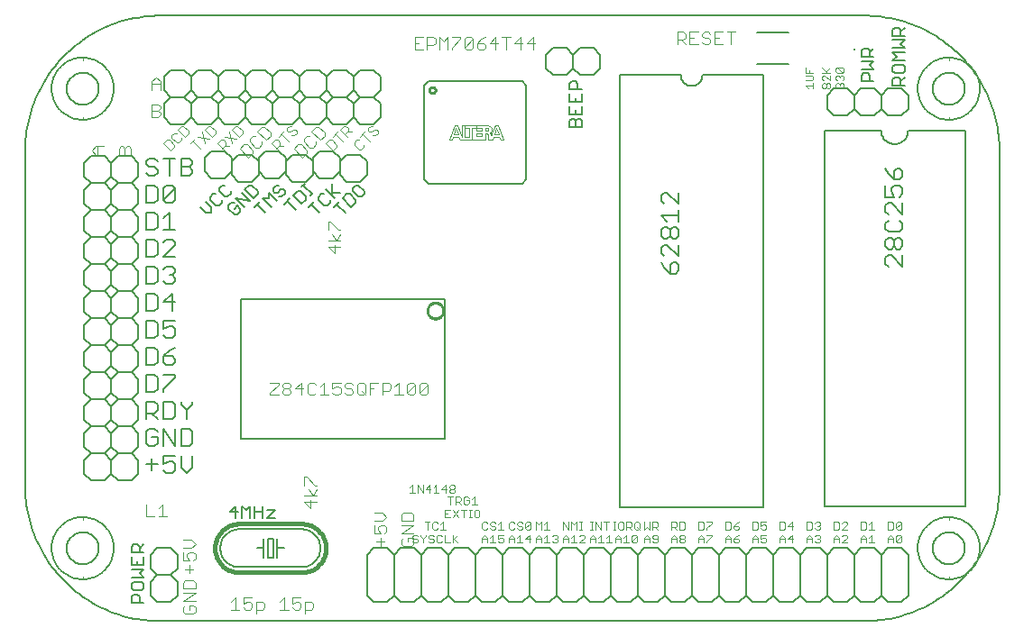
<source format=gto>
G75*
%MOIN*%
%OFA0B0*%
%FSLAX24Y24*%
%IPPOS*%
%LPD*%
%AMOC8*
5,1,8,0,0,1.08239X$1,22.5*
%
%ADD10C,0.0040*%
%ADD11C,0.0060*%
%ADD12C,0.0030*%
%ADD13R,0.0098X0.0098*%
%ADD14C,0.0050*%
%ADD15C,0.0020*%
%ADD16C,0.0080*%
%ADD17C,0.0100*%
%ADD18C,0.0070*%
%ADD19C,0.0160*%
D10*
X006207Y001028D02*
X006284Y000951D01*
X006591Y000951D01*
X006668Y001028D01*
X006668Y001182D01*
X006591Y001258D01*
X006437Y001258D01*
X006437Y001105D01*
X006284Y001258D02*
X006207Y001182D01*
X006207Y001028D01*
X006207Y001412D02*
X006668Y001719D01*
X006207Y001719D01*
X006207Y001872D02*
X006207Y002102D01*
X006284Y002179D01*
X006591Y002179D01*
X006668Y002102D01*
X006668Y001872D01*
X006207Y001872D01*
X006207Y001412D02*
X006668Y001412D01*
X007983Y001402D02*
X008136Y001555D01*
X008136Y001095D01*
X007983Y001095D02*
X008289Y001095D01*
X008443Y001172D02*
X008520Y001095D01*
X008673Y001095D01*
X008750Y001172D01*
X008750Y001325D01*
X008673Y001402D01*
X008596Y001402D01*
X008443Y001325D01*
X008443Y001555D01*
X008750Y001555D01*
X008903Y001402D02*
X009133Y001402D01*
X009210Y001325D01*
X009210Y001172D01*
X009133Y001095D01*
X008903Y001095D01*
X008903Y000942D02*
X008903Y001402D01*
X009795Y001402D02*
X009948Y001555D01*
X009948Y001095D01*
X009795Y001095D02*
X010102Y001095D01*
X010255Y001172D02*
X010332Y001095D01*
X010486Y001095D01*
X010562Y001172D01*
X010562Y001325D01*
X010486Y001402D01*
X010409Y001402D01*
X010255Y001325D01*
X010255Y001555D01*
X010562Y001555D01*
X010716Y001402D02*
X010946Y001402D01*
X011023Y001325D01*
X011023Y001172D01*
X010946Y001095D01*
X010716Y001095D01*
X010716Y000942D02*
X010716Y001402D01*
X013500Y003458D02*
X013500Y003764D01*
X013500Y003918D02*
X013270Y003918D01*
X013270Y004225D01*
X013270Y004378D02*
X013577Y004378D01*
X013730Y004532D01*
X013577Y004685D01*
X013270Y004685D01*
X013500Y004225D02*
X013653Y004225D01*
X013730Y004148D01*
X013730Y003995D01*
X013653Y003918D01*
X013500Y003918D02*
X013423Y004071D01*
X013423Y004148D01*
X013500Y004225D01*
X013653Y003611D02*
X013346Y003611D01*
X014270Y003688D02*
X014270Y003534D01*
X014346Y003458D01*
X014653Y003458D01*
X014730Y003534D01*
X014730Y003688D01*
X014653Y003764D01*
X014500Y003764D01*
X014500Y003611D01*
X014346Y003764D02*
X014270Y003688D01*
X014270Y003918D02*
X014730Y004225D01*
X014270Y004225D01*
X014270Y004378D02*
X014270Y004608D01*
X014346Y004685D01*
X014653Y004685D01*
X014730Y004608D01*
X014730Y004378D01*
X014270Y004378D01*
X014270Y003918D02*
X014730Y003918D01*
X011155Y005088D02*
X010695Y005088D01*
X010925Y004858D01*
X010925Y005164D01*
X011002Y005318D02*
X010848Y005548D01*
X010695Y005702D02*
X010695Y006008D01*
X010771Y006008D01*
X011078Y005702D01*
X011155Y005702D01*
X011155Y005548D02*
X011002Y005318D01*
X011155Y005318D02*
X010695Y005318D01*
X006668Y003526D02*
X006514Y003679D01*
X006207Y003679D01*
X006207Y003372D02*
X006514Y003372D01*
X006668Y003526D01*
X006591Y003219D02*
X006668Y003142D01*
X006668Y002988D01*
X006591Y002912D01*
X006437Y002912D02*
X006361Y003065D01*
X006361Y003142D01*
X006437Y003219D01*
X006591Y003219D01*
X006437Y002912D02*
X006207Y002912D01*
X006207Y003219D01*
X006437Y002758D02*
X006437Y002451D01*
X006284Y002605D02*
X006591Y002605D01*
X005612Y004545D02*
X005305Y004545D01*
X005152Y004545D02*
X004845Y004545D01*
X004845Y005005D01*
X005305Y004852D02*
X005459Y005005D01*
X005459Y004545D01*
X009426Y009042D02*
X009733Y009042D01*
X009886Y009118D02*
X009886Y009195D01*
X009963Y009272D01*
X010116Y009272D01*
X010193Y009195D01*
X010193Y009118D01*
X010116Y009042D01*
X009963Y009042D01*
X009886Y009118D01*
X009963Y009272D02*
X009886Y009349D01*
X009886Y009425D01*
X009963Y009502D01*
X010116Y009502D01*
X010193Y009425D01*
X010193Y009349D01*
X010116Y009272D01*
X010346Y009272D02*
X010653Y009272D01*
X010807Y009425D02*
X010807Y009118D01*
X010884Y009042D01*
X011037Y009042D01*
X011114Y009118D01*
X011267Y009042D02*
X011574Y009042D01*
X011421Y009042D02*
X011421Y009502D01*
X011267Y009349D01*
X011114Y009425D02*
X011037Y009502D01*
X010884Y009502D01*
X010807Y009425D01*
X010577Y009502D02*
X010577Y009042D01*
X010346Y009272D02*
X010577Y009502D01*
X009733Y009502D02*
X009733Y009425D01*
X009426Y009118D01*
X009426Y009042D01*
X009426Y009502D02*
X009733Y009502D01*
X011728Y009502D02*
X011728Y009272D01*
X011881Y009349D01*
X011958Y009349D01*
X012034Y009272D01*
X012034Y009118D01*
X011958Y009042D01*
X011804Y009042D01*
X011728Y009118D01*
X012188Y009118D02*
X012265Y009042D01*
X012418Y009042D01*
X012495Y009118D01*
X012495Y009195D01*
X012418Y009272D01*
X012265Y009272D01*
X012188Y009349D01*
X012188Y009425D01*
X012265Y009502D01*
X012418Y009502D01*
X012495Y009425D01*
X012648Y009425D02*
X012648Y009118D01*
X012725Y009042D01*
X012879Y009042D01*
X012955Y009118D01*
X012955Y009425D01*
X012879Y009502D01*
X012725Y009502D01*
X012648Y009425D01*
X012802Y009195D02*
X012955Y009042D01*
X013109Y009042D02*
X013109Y009502D01*
X013416Y009502D01*
X013569Y009502D02*
X013799Y009502D01*
X013876Y009425D01*
X013876Y009272D01*
X013799Y009195D01*
X013569Y009195D01*
X013569Y009042D02*
X013569Y009502D01*
X013262Y009272D02*
X013109Y009272D01*
X014030Y009349D02*
X014183Y009502D01*
X014183Y009042D01*
X014030Y009042D02*
X014336Y009042D01*
X014490Y009118D02*
X014797Y009425D01*
X014797Y009118D01*
X014720Y009042D01*
X014567Y009042D01*
X014490Y009118D01*
X014490Y009425D01*
X014567Y009502D01*
X014720Y009502D01*
X014797Y009425D01*
X014950Y009425D02*
X014950Y009118D01*
X015257Y009425D01*
X015257Y009118D01*
X015180Y009042D01*
X015027Y009042D01*
X014950Y009118D01*
X014950Y009425D02*
X015027Y009502D01*
X015180Y009502D01*
X015257Y009425D01*
X012034Y009502D02*
X011728Y009502D01*
X011800Y014295D02*
X011800Y014602D01*
X011877Y014755D02*
X011723Y014986D01*
X011570Y015139D02*
X011570Y015446D01*
X011646Y015446D01*
X011953Y015139D01*
X012030Y015139D01*
X012030Y014986D02*
X011877Y014755D01*
X012030Y014755D02*
X011570Y014755D01*
X011570Y014525D02*
X011800Y014295D01*
X012030Y014525D02*
X011570Y014525D01*
X010627Y017823D02*
X010790Y017986D01*
X010790Y018094D01*
X010573Y018311D01*
X010464Y018311D01*
X010301Y018149D01*
X010627Y017823D01*
X010898Y018203D02*
X011007Y018203D01*
X011115Y018311D01*
X011115Y018420D01*
X011278Y018474D02*
X010952Y018800D01*
X011115Y018963D01*
X011224Y018963D01*
X011441Y018745D01*
X011441Y018637D01*
X011278Y018474D01*
X010898Y018637D02*
X010790Y018637D01*
X010681Y018528D01*
X010681Y018420D01*
X010898Y018203D01*
X009441Y018637D02*
X009441Y018745D01*
X009224Y018963D01*
X009115Y018963D01*
X008952Y018800D01*
X009278Y018474D01*
X009441Y018637D01*
X009115Y018420D02*
X009115Y018311D01*
X009007Y018203D01*
X008898Y018203D01*
X008681Y018420D01*
X008681Y018528D01*
X008790Y018637D01*
X008898Y018637D01*
X008573Y018311D02*
X008464Y018311D01*
X008301Y018149D01*
X008627Y017823D01*
X008790Y017986D01*
X008790Y018094D01*
X008573Y018311D01*
X005367Y019409D02*
X005290Y019333D01*
X005060Y019333D01*
X005060Y019793D01*
X005290Y019793D01*
X005367Y019716D01*
X005367Y019639D01*
X005290Y019563D01*
X005060Y019563D01*
X005290Y019563D02*
X005367Y019486D01*
X005367Y019409D01*
X005367Y020333D02*
X005367Y020639D01*
X005213Y020793D01*
X005060Y020639D01*
X005060Y020333D01*
X005060Y020563D02*
X005367Y020563D01*
X004216Y018242D02*
X004293Y018165D01*
X004293Y017935D01*
X003832Y017935D01*
X003832Y018165D01*
X003909Y018242D01*
X003986Y018242D01*
X004062Y018165D01*
X004062Y017935D01*
X004062Y018165D02*
X004139Y018242D01*
X004216Y018242D01*
X003293Y018242D02*
X002986Y018242D01*
X002832Y018088D01*
X002986Y017935D01*
X003293Y017935D01*
X003062Y017935D02*
X003062Y018242D01*
X014770Y021823D02*
X015077Y021823D01*
X015230Y021823D02*
X015230Y022284D01*
X015461Y022284D01*
X015537Y022207D01*
X015537Y022053D01*
X015461Y021977D01*
X015230Y021977D01*
X014923Y022053D02*
X014770Y022053D01*
X014770Y021823D02*
X014770Y022284D01*
X015077Y022284D01*
X015691Y022284D02*
X015691Y021823D01*
X015998Y021823D02*
X015998Y022284D01*
X015844Y022130D01*
X015691Y022284D01*
X016151Y022284D02*
X016458Y022284D01*
X016458Y022207D01*
X016151Y021900D01*
X016151Y021823D01*
X016612Y021900D02*
X016918Y022207D01*
X016918Y021900D01*
X016842Y021823D01*
X016688Y021823D01*
X016612Y021900D01*
X016612Y022207D01*
X016688Y022284D01*
X016842Y022284D01*
X016918Y022207D01*
X017072Y022053D02*
X017302Y022053D01*
X017379Y021977D01*
X017379Y021900D01*
X017302Y021823D01*
X017149Y021823D01*
X017072Y021900D01*
X017072Y022053D01*
X017225Y022207D01*
X017379Y022284D01*
X017532Y022053D02*
X017839Y022053D01*
X017763Y021823D02*
X017763Y022284D01*
X017532Y022053D01*
X017993Y022284D02*
X018300Y022284D01*
X018146Y022284D02*
X018146Y021823D01*
X018453Y022053D02*
X018760Y022053D01*
X018914Y022053D02*
X019220Y022053D01*
X019144Y021823D02*
X019144Y022284D01*
X018914Y022053D01*
X018683Y021823D02*
X018683Y022284D01*
X018453Y022053D01*
X024468Y022020D02*
X024468Y022480D01*
X024698Y022480D01*
X024775Y022404D01*
X024775Y022250D01*
X024698Y022173D01*
X024468Y022173D01*
X024621Y022173D02*
X024775Y022020D01*
X024928Y022020D02*
X025235Y022020D01*
X025389Y022097D02*
X025466Y022020D01*
X025619Y022020D01*
X025696Y022097D01*
X025696Y022173D01*
X025619Y022250D01*
X025466Y022250D01*
X025389Y022327D01*
X025389Y022404D01*
X025466Y022480D01*
X025619Y022480D01*
X025696Y022404D01*
X025849Y022480D02*
X025849Y022020D01*
X026156Y022020D01*
X026003Y022250D02*
X025849Y022250D01*
X025849Y022480D02*
X026156Y022480D01*
X026310Y022480D02*
X026617Y022480D01*
X026463Y022480D02*
X026463Y022020D01*
X025235Y022480D02*
X024928Y022480D01*
X024928Y022020D01*
X024928Y022250D02*
X025082Y022250D01*
D11*
X025400Y020875D02*
X025398Y020836D01*
X025392Y020797D01*
X025383Y020759D01*
X025370Y020722D01*
X025353Y020686D01*
X025333Y020653D01*
X025309Y020621D01*
X025283Y020592D01*
X025254Y020566D01*
X025222Y020542D01*
X025189Y020522D01*
X025153Y020505D01*
X025116Y020492D01*
X025078Y020483D01*
X025039Y020477D01*
X025000Y020475D01*
X024961Y020477D01*
X024922Y020483D01*
X024884Y020492D01*
X024847Y020505D01*
X024811Y020522D01*
X024778Y020542D01*
X024746Y020566D01*
X024717Y020592D01*
X024691Y020621D01*
X024667Y020653D01*
X024647Y020686D01*
X024630Y020722D01*
X024617Y020759D01*
X024608Y020797D01*
X024602Y020836D01*
X024600Y020875D01*
X022350Y020875D01*
X022350Y004875D01*
X027650Y004875D01*
X027650Y020875D01*
X025400Y020875D01*
X021625Y021125D02*
X021375Y020875D01*
X020875Y020875D01*
X020625Y021125D01*
X020375Y020875D01*
X019875Y020875D01*
X019625Y021125D01*
X019625Y021625D01*
X019875Y021875D01*
X020375Y021875D01*
X020625Y021625D01*
X020875Y021875D01*
X021375Y021875D01*
X021625Y021625D01*
X021625Y021125D01*
X020625Y021125D02*
X020625Y021625D01*
X013500Y020813D02*
X013500Y020313D01*
X013250Y020063D01*
X013500Y019813D01*
X013500Y019313D01*
X013250Y019063D01*
X012750Y019063D01*
X012500Y019313D01*
X012250Y019063D01*
X011750Y019063D01*
X011500Y019313D01*
X011250Y019063D01*
X010750Y019063D01*
X010500Y019313D01*
X010250Y019063D01*
X009750Y019063D01*
X009500Y019313D01*
X009250Y019063D01*
X008750Y019063D01*
X008500Y019313D01*
X008250Y019063D01*
X007750Y019063D01*
X007500Y019313D01*
X007250Y019063D01*
X006750Y019063D01*
X006500Y019313D01*
X006250Y019063D01*
X005750Y019063D01*
X005500Y019313D01*
X005500Y019813D01*
X005750Y020063D01*
X006250Y020063D01*
X006500Y019813D01*
X006750Y020063D01*
X007250Y020063D01*
X007500Y019813D01*
X007500Y019313D01*
X007500Y019813D02*
X007750Y020063D01*
X008250Y020063D01*
X008500Y019813D01*
X008750Y020063D01*
X009250Y020063D01*
X009500Y019813D01*
X009750Y020063D01*
X010250Y020063D01*
X010500Y019813D01*
X010500Y019313D01*
X010500Y019813D02*
X010750Y020063D01*
X011250Y020063D01*
X011500Y019813D01*
X011750Y020063D01*
X012250Y020063D01*
X012500Y019813D01*
X012750Y020063D01*
X013250Y020063D01*
X012750Y020063D01*
X012500Y020313D01*
X012250Y020063D01*
X011750Y020063D01*
X011500Y020313D01*
X011250Y020063D01*
X010750Y020063D01*
X010500Y020313D01*
X010250Y020063D01*
X009750Y020063D01*
X009500Y020313D01*
X009250Y020063D01*
X008750Y020063D01*
X008500Y020313D01*
X008250Y020063D01*
X007750Y020063D01*
X007500Y020313D01*
X007250Y020063D01*
X006750Y020063D01*
X006500Y020313D01*
X006250Y020063D01*
X005750Y020063D01*
X005500Y020313D01*
X005500Y020813D01*
X005750Y021063D01*
X006250Y021063D01*
X006500Y020813D01*
X006750Y021063D01*
X007250Y021063D01*
X007500Y020813D01*
X007500Y020313D01*
X007500Y020813D02*
X007750Y021063D01*
X008250Y021063D01*
X008500Y020813D01*
X008750Y021063D01*
X009250Y021063D01*
X009500Y020813D01*
X009750Y021063D01*
X010250Y021063D01*
X010500Y020813D01*
X010500Y020313D01*
X010500Y020813D02*
X010750Y021063D01*
X011250Y021063D01*
X011500Y020813D01*
X011750Y021063D01*
X012250Y021063D01*
X012500Y020813D01*
X012750Y021063D01*
X013250Y021063D01*
X013500Y020813D01*
X012500Y020813D02*
X012500Y020313D01*
X012500Y019813D02*
X012500Y019313D01*
X011500Y019313D02*
X011500Y019813D01*
X011500Y020313D02*
X011500Y020813D01*
X009500Y020813D02*
X009500Y020313D01*
X009500Y019813D02*
X009500Y019313D01*
X008500Y019313D02*
X008500Y019813D01*
X008500Y020313D02*
X008500Y020813D01*
X006500Y020813D02*
X006500Y020313D01*
X006500Y019813D02*
X006500Y019313D01*
X007250Y018063D02*
X007000Y017813D01*
X007000Y017313D01*
X007250Y017063D01*
X007750Y017063D01*
X008000Y017313D01*
X008000Y017813D01*
X007750Y018063D01*
X007250Y018063D01*
X006559Y017689D02*
X006559Y017582D01*
X006452Y017475D01*
X006132Y017475D01*
X006452Y017475D02*
X006559Y017369D01*
X006559Y017262D01*
X006452Y017155D01*
X006132Y017155D01*
X006132Y017796D01*
X006452Y017796D01*
X006559Y017689D01*
X005914Y017796D02*
X005487Y017796D01*
X005701Y017796D02*
X005701Y017155D01*
X005807Y016796D02*
X005914Y016689D01*
X005487Y016262D01*
X005594Y016155D01*
X005807Y016155D01*
X005914Y016262D01*
X005914Y016689D01*
X005807Y016796D02*
X005594Y016796D01*
X005487Y016689D01*
X005487Y016262D01*
X005270Y016262D02*
X005270Y016689D01*
X005163Y016796D01*
X004843Y016796D01*
X004843Y016155D01*
X005163Y016155D01*
X005270Y016262D01*
X005163Y015796D02*
X004843Y015796D01*
X004843Y015155D01*
X005163Y015155D01*
X005270Y015262D01*
X005270Y015689D01*
X005163Y015796D01*
X005487Y015582D02*
X005701Y015796D01*
X005701Y015155D01*
X005914Y015155D02*
X005487Y015155D01*
X005594Y014796D02*
X005487Y014689D01*
X005594Y014796D02*
X005807Y014796D01*
X005914Y014689D01*
X005914Y014582D01*
X005487Y014155D01*
X005914Y014155D01*
X005807Y013796D02*
X005914Y013689D01*
X005914Y013582D01*
X005807Y013475D01*
X005914Y013369D01*
X005914Y013262D01*
X005807Y013155D01*
X005594Y013155D01*
X005487Y013262D01*
X005270Y013262D02*
X005270Y013689D01*
X005163Y013796D01*
X004843Y013796D01*
X004843Y013155D01*
X005163Y013155D01*
X005270Y013262D01*
X005487Y013689D02*
X005594Y013796D01*
X005807Y013796D01*
X005807Y013475D02*
X005701Y013475D01*
X005163Y014155D02*
X005270Y014262D01*
X005270Y014689D01*
X005163Y014796D01*
X004843Y014796D01*
X004843Y014155D01*
X005163Y014155D01*
X004563Y014125D02*
X004313Y013875D01*
X004563Y013625D01*
X004563Y013125D01*
X004313Y012875D01*
X003813Y012875D01*
X003563Y013125D01*
X003563Y013625D01*
X003813Y013875D01*
X003563Y014125D01*
X003563Y014625D01*
X003813Y014875D01*
X003563Y015125D01*
X003563Y015625D01*
X003813Y015875D01*
X003563Y016125D01*
X003563Y016625D01*
X003813Y016875D01*
X003563Y017125D01*
X003563Y017625D01*
X003813Y017875D01*
X004313Y017875D01*
X004563Y017625D01*
X004563Y017125D01*
X004313Y016875D01*
X004563Y016625D01*
X004563Y016125D01*
X004313Y015875D01*
X003813Y015875D01*
X003563Y015625D02*
X003563Y015125D01*
X003313Y014875D01*
X003563Y014625D01*
X003563Y014125D01*
X003313Y013875D01*
X003563Y013625D01*
X003563Y013125D01*
X003313Y012875D01*
X002813Y012875D01*
X002563Y013125D01*
X002563Y013625D01*
X002813Y013875D01*
X002563Y014125D01*
X002563Y014625D01*
X002813Y014875D01*
X002563Y015125D01*
X002563Y015625D01*
X002813Y015875D01*
X002563Y016125D01*
X002563Y016625D01*
X002813Y016875D01*
X002563Y017125D01*
X002563Y017625D01*
X002813Y017875D01*
X003313Y017875D01*
X003563Y017625D01*
X003563Y017125D01*
X003313Y016875D01*
X003563Y016625D01*
X003563Y016125D01*
X003313Y015875D01*
X002813Y015875D01*
X003313Y015875D02*
X003563Y015625D01*
X004313Y015875D02*
X004563Y015625D01*
X004563Y015125D01*
X004313Y014875D01*
X004563Y014625D01*
X004563Y014125D01*
X004313Y013875D02*
X003813Y013875D01*
X003313Y013875D02*
X002813Y013875D01*
X002813Y012875D02*
X002563Y012625D01*
X002563Y012125D01*
X002813Y011875D01*
X002563Y011625D01*
X002563Y011125D01*
X002813Y010875D01*
X002563Y010625D01*
X002563Y010125D01*
X002813Y009875D01*
X003313Y009875D01*
X003563Y010125D01*
X003563Y010625D01*
X003813Y010875D01*
X003563Y011125D01*
X003563Y011625D01*
X003813Y011875D01*
X003563Y012125D01*
X003563Y012625D01*
X003813Y012875D01*
X003563Y012625D02*
X003563Y012125D01*
X003313Y011875D01*
X003563Y011625D01*
X003563Y011125D01*
X003313Y010875D01*
X003563Y010625D01*
X003563Y010125D01*
X003813Y009875D01*
X004313Y009875D01*
X004563Y010125D01*
X004563Y010625D01*
X004313Y010875D01*
X003813Y010875D01*
X004313Y010875D02*
X004563Y011125D01*
X004563Y011625D01*
X004313Y011875D01*
X003813Y011875D01*
X004313Y011875D02*
X004563Y012125D01*
X004563Y012625D01*
X004313Y012875D01*
X004843Y012796D02*
X005163Y012796D01*
X005270Y012689D01*
X005270Y012262D01*
X005163Y012155D01*
X004843Y012155D01*
X004843Y012796D01*
X005487Y012475D02*
X005914Y012475D01*
X005807Y012155D02*
X005807Y012796D01*
X005487Y012475D01*
X005487Y011796D02*
X005487Y011475D01*
X005701Y011582D01*
X005807Y011582D01*
X005914Y011475D01*
X005914Y011262D01*
X005807Y011155D01*
X005594Y011155D01*
X005487Y011262D01*
X005270Y011262D02*
X005270Y011689D01*
X005163Y011796D01*
X004843Y011796D01*
X004843Y011155D01*
X005163Y011155D01*
X005270Y011262D01*
X005163Y010796D02*
X004843Y010796D01*
X004843Y010155D01*
X005163Y010155D01*
X005270Y010262D01*
X005270Y010689D01*
X005163Y010796D01*
X005487Y010475D02*
X005807Y010475D01*
X005914Y010369D01*
X005914Y010262D01*
X005807Y010155D01*
X005594Y010155D01*
X005487Y010262D01*
X005487Y010475D01*
X005701Y010689D01*
X005914Y010796D01*
X005914Y011796D02*
X005487Y011796D01*
X003563Y012625D02*
X003313Y012875D01*
X003313Y011875D02*
X002813Y011875D01*
X002813Y010875D02*
X003313Y010875D01*
X003313Y009875D02*
X003563Y009625D01*
X003813Y009875D01*
X003563Y009625D02*
X003563Y009125D01*
X003813Y008875D01*
X003563Y008625D01*
X003563Y008125D01*
X003813Y007875D01*
X003563Y007625D01*
X003563Y007125D01*
X003813Y006875D01*
X003563Y006625D01*
X003563Y006125D01*
X003813Y005875D01*
X004313Y005875D01*
X004563Y006125D01*
X004563Y006625D01*
X004313Y006875D01*
X003813Y006875D01*
X003563Y006625D02*
X003563Y006125D01*
X003313Y005875D01*
X002813Y005875D01*
X002563Y006125D01*
X002563Y006625D01*
X002813Y006875D01*
X002563Y007125D01*
X002563Y007625D01*
X002813Y007875D01*
X002563Y008125D01*
X002563Y008625D01*
X002813Y008875D01*
X002563Y009125D01*
X002563Y009625D01*
X002813Y009875D01*
X003563Y009625D02*
X003563Y009125D01*
X003313Y008875D01*
X003563Y008625D01*
X003563Y008125D01*
X003313Y007875D01*
X003563Y007625D01*
X003563Y007125D01*
X003313Y006875D01*
X003563Y006625D01*
X003313Y006875D02*
X002813Y006875D01*
X002813Y007875D02*
X003313Y007875D01*
X003813Y007875D02*
X004313Y007875D01*
X004563Y007625D01*
X004563Y007125D01*
X004313Y006875D01*
X004843Y007262D02*
X004949Y007155D01*
X005163Y007155D01*
X005270Y007262D01*
X005270Y007475D01*
X005056Y007475D01*
X004843Y007689D02*
X004843Y007262D01*
X005487Y007155D02*
X005487Y007796D01*
X005914Y007155D01*
X005914Y007796D01*
X006132Y007796D02*
X006452Y007796D01*
X006559Y007689D01*
X006559Y007262D01*
X006452Y007155D01*
X006132Y007155D01*
X006132Y007796D01*
X006345Y008155D02*
X006345Y008475D01*
X006559Y008689D01*
X006559Y008796D01*
X006345Y008475D02*
X006132Y008689D01*
X006132Y008796D01*
X005914Y008689D02*
X005807Y008796D01*
X005487Y008796D01*
X005487Y008155D01*
X005807Y008155D01*
X005914Y008262D01*
X005914Y008689D01*
X005270Y008689D02*
X005270Y008475D01*
X005163Y008369D01*
X004843Y008369D01*
X005056Y008369D02*
X005270Y008155D01*
X005163Y007796D02*
X004949Y007796D01*
X004843Y007689D01*
X005163Y007796D02*
X005270Y007689D01*
X004843Y008155D02*
X004843Y008796D01*
X005163Y008796D01*
X005270Y008689D01*
X005163Y009155D02*
X005270Y009262D01*
X005270Y009689D01*
X005163Y009796D01*
X004843Y009796D01*
X004843Y009155D01*
X005163Y009155D01*
X005487Y009155D02*
X005487Y009262D01*
X005914Y009689D01*
X005914Y009796D01*
X005487Y009796D01*
X004563Y009625D02*
X004563Y009125D01*
X004313Y008875D01*
X004563Y008625D01*
X004563Y008125D01*
X004313Y007875D01*
X004313Y008875D02*
X003813Y008875D01*
X003313Y008875D02*
X002813Y008875D01*
X004313Y009875D02*
X004563Y009625D01*
X005487Y006796D02*
X005487Y006475D01*
X005701Y006582D01*
X005807Y006582D01*
X005914Y006475D01*
X005914Y006262D01*
X005807Y006155D01*
X005594Y006155D01*
X005487Y006262D01*
X005270Y006475D02*
X004843Y006475D01*
X005056Y006689D02*
X005056Y006262D01*
X005487Y006796D02*
X005914Y006796D01*
X006132Y006796D02*
X006132Y006369D01*
X006345Y006155D01*
X006559Y006369D01*
X006559Y006796D01*
X008288Y004075D02*
X010588Y004075D01*
X009688Y003725D02*
X009688Y003375D01*
X009938Y003375D01*
X009688Y003375D02*
X009688Y003025D01*
X009538Y003025D02*
X009538Y003725D01*
X009338Y003725D01*
X009338Y003025D01*
X009538Y003025D01*
X009188Y003025D02*
X009188Y003375D01*
X008938Y003375D01*
X009188Y003375D02*
X009188Y003725D01*
X008288Y004075D02*
X008237Y004073D01*
X008186Y004068D01*
X008136Y004058D01*
X008086Y004045D01*
X008038Y004029D01*
X007991Y004009D01*
X007945Y003985D01*
X007902Y003959D01*
X007860Y003929D01*
X007821Y003896D01*
X007784Y003861D01*
X007750Y003823D01*
X007719Y003782D01*
X007690Y003740D01*
X007665Y003695D01*
X007644Y003649D01*
X007625Y003601D01*
X007611Y003552D01*
X007600Y003502D01*
X007592Y003452D01*
X007588Y003401D01*
X007588Y003349D01*
X007592Y003298D01*
X007600Y003248D01*
X007611Y003198D01*
X007625Y003149D01*
X007644Y003101D01*
X007665Y003055D01*
X007690Y003010D01*
X007719Y002968D01*
X007750Y002927D01*
X007784Y002889D01*
X007821Y002854D01*
X007860Y002821D01*
X007902Y002791D01*
X007945Y002765D01*
X007991Y002741D01*
X008038Y002721D01*
X008086Y002705D01*
X008136Y002692D01*
X008186Y002682D01*
X008237Y002677D01*
X008288Y002675D01*
X010588Y002675D01*
X010639Y002677D01*
X010690Y002682D01*
X010740Y002692D01*
X010790Y002705D01*
X010838Y002721D01*
X010885Y002741D01*
X010931Y002765D01*
X010974Y002791D01*
X011016Y002821D01*
X011055Y002854D01*
X011092Y002889D01*
X011126Y002927D01*
X011157Y002968D01*
X011186Y003010D01*
X011211Y003055D01*
X011232Y003101D01*
X011251Y003149D01*
X011265Y003198D01*
X011276Y003248D01*
X011284Y003298D01*
X011288Y003349D01*
X011288Y003401D01*
X011284Y003452D01*
X011276Y003502D01*
X011265Y003552D01*
X011251Y003601D01*
X011232Y003649D01*
X011211Y003695D01*
X011186Y003740D01*
X011157Y003782D01*
X011126Y003823D01*
X011092Y003861D01*
X011055Y003896D01*
X011016Y003929D01*
X010974Y003959D01*
X010931Y003985D01*
X010885Y004009D01*
X010838Y004029D01*
X010790Y004045D01*
X010740Y004058D01*
X010690Y004068D01*
X010639Y004073D01*
X010588Y004075D01*
X013000Y003125D02*
X013000Y001625D01*
X013250Y001375D01*
X013750Y001375D01*
X014000Y001625D01*
X014000Y003125D01*
X013750Y003375D01*
X013250Y003375D01*
X013000Y003125D01*
X014000Y003125D02*
X014250Y003375D01*
X014750Y003375D01*
X015000Y003125D01*
X015000Y001625D01*
X014750Y001375D01*
X014250Y001375D01*
X014000Y001625D01*
X015000Y001625D02*
X015250Y001375D01*
X015750Y001375D01*
X016000Y001625D01*
X016000Y003125D01*
X016250Y003375D01*
X016750Y003375D01*
X017000Y003125D01*
X017000Y001625D01*
X016750Y001375D01*
X016250Y001375D01*
X016000Y001625D01*
X017000Y001625D02*
X017250Y001375D01*
X017750Y001375D01*
X018000Y001625D01*
X018000Y003125D01*
X018250Y003375D01*
X018750Y003375D01*
X019000Y003125D01*
X019000Y001625D01*
X018750Y001375D01*
X018250Y001375D01*
X018000Y001625D01*
X019000Y001625D02*
X019250Y001375D01*
X019750Y001375D01*
X020000Y001625D01*
X020000Y003125D01*
X020250Y003375D01*
X020750Y003375D01*
X021000Y003125D01*
X021000Y001625D01*
X020750Y001375D01*
X020250Y001375D01*
X020000Y001625D01*
X021000Y001625D02*
X021250Y001375D01*
X021750Y001375D01*
X022000Y001625D01*
X022000Y003125D01*
X022250Y003375D01*
X022750Y003375D01*
X023000Y003125D01*
X023000Y001625D01*
X022750Y001375D01*
X022250Y001375D01*
X022000Y001625D01*
X023000Y001625D02*
X023250Y001375D01*
X023750Y001375D01*
X024000Y001625D01*
X024000Y003125D01*
X024250Y003375D01*
X024750Y003375D01*
X025000Y003125D01*
X025000Y001625D01*
X024750Y001375D01*
X024250Y001375D01*
X024000Y001625D01*
X025000Y001625D02*
X025250Y001375D01*
X025750Y001375D01*
X026000Y001625D01*
X026000Y003125D01*
X026250Y003375D01*
X026750Y003375D01*
X027000Y003125D01*
X027000Y001625D01*
X026750Y001375D01*
X026250Y001375D01*
X026000Y001625D01*
X027000Y001625D02*
X027250Y001375D01*
X027750Y001375D01*
X028000Y001625D01*
X028000Y003125D01*
X027750Y003375D01*
X027250Y003375D01*
X027000Y003125D01*
X026000Y003125D02*
X025750Y003375D01*
X025250Y003375D01*
X025000Y003125D01*
X024000Y003125D02*
X023750Y003375D01*
X023250Y003375D01*
X023000Y003125D01*
X022000Y003125D02*
X021750Y003375D01*
X021250Y003375D01*
X021000Y003125D01*
X020000Y003125D02*
X019750Y003375D01*
X019250Y003375D01*
X019000Y003125D01*
X018000Y003125D02*
X017750Y003375D01*
X017250Y003375D01*
X017000Y003125D01*
X016000Y003125D02*
X015750Y003375D01*
X015250Y003375D01*
X015000Y003125D01*
X006000Y003125D02*
X006000Y002625D01*
X005750Y002375D01*
X006000Y002125D01*
X006000Y001625D01*
X005750Y001375D01*
X005250Y001375D01*
X005000Y001625D01*
X005000Y002125D01*
X005250Y002375D01*
X005000Y002625D01*
X005000Y003125D01*
X005250Y003375D01*
X005750Y003375D01*
X006000Y003125D01*
X005750Y002375D02*
X005250Y002375D01*
X001350Y003375D02*
X001352Y003442D01*
X001358Y003510D01*
X001368Y003577D01*
X001382Y003643D01*
X001399Y003708D01*
X001421Y003772D01*
X001446Y003835D01*
X001475Y003896D01*
X001507Y003955D01*
X001543Y004012D01*
X001582Y004067D01*
X001624Y004120D01*
X001669Y004170D01*
X001717Y004217D01*
X001768Y004262D01*
X001821Y004303D01*
X001877Y004342D01*
X001935Y004377D01*
X001995Y004408D01*
X002056Y004436D01*
X002119Y004460D01*
X002183Y004481D01*
X002249Y004497D01*
X002315Y004510D01*
X002382Y004519D01*
X002449Y004524D01*
X002517Y004525D01*
X002584Y004522D01*
X002651Y004515D01*
X002718Y004504D01*
X002784Y004489D01*
X002849Y004471D01*
X002913Y004448D01*
X002975Y004422D01*
X003036Y004393D01*
X003094Y004359D01*
X003151Y004323D01*
X003206Y004283D01*
X003258Y004240D01*
X003307Y004194D01*
X003354Y004145D01*
X003398Y004094D01*
X003438Y004040D01*
X003476Y003984D01*
X003510Y003925D01*
X003540Y003865D01*
X003567Y003803D01*
X003591Y003740D01*
X003610Y003675D01*
X003626Y003610D01*
X003638Y003543D01*
X003646Y003476D01*
X003650Y003409D01*
X003650Y003341D01*
X003646Y003274D01*
X003638Y003207D01*
X003626Y003140D01*
X003610Y003075D01*
X003591Y003010D01*
X003567Y002947D01*
X003540Y002885D01*
X003510Y002825D01*
X003476Y002766D01*
X003438Y002710D01*
X003398Y002656D01*
X003354Y002605D01*
X003307Y002556D01*
X003258Y002510D01*
X003206Y002467D01*
X003151Y002427D01*
X003094Y002391D01*
X003036Y002357D01*
X002975Y002328D01*
X002913Y002302D01*
X002849Y002279D01*
X002784Y002261D01*
X002718Y002246D01*
X002651Y002235D01*
X002584Y002228D01*
X002517Y002225D01*
X002449Y002226D01*
X002382Y002231D01*
X002315Y002240D01*
X002249Y002253D01*
X002183Y002269D01*
X002119Y002290D01*
X002056Y002314D01*
X001995Y002342D01*
X001935Y002373D01*
X001877Y002408D01*
X001821Y002447D01*
X001768Y002488D01*
X001717Y002533D01*
X001669Y002580D01*
X001624Y002630D01*
X001582Y002683D01*
X001543Y002738D01*
X001507Y002795D01*
X001475Y002854D01*
X001446Y002915D01*
X001421Y002978D01*
X001399Y003042D01*
X001382Y003107D01*
X001368Y003173D01*
X001358Y003240D01*
X001352Y003308D01*
X001350Y003375D01*
X002813Y014875D02*
X003313Y014875D01*
X003813Y014875D02*
X004313Y014875D01*
X004313Y016875D02*
X003813Y016875D01*
X003313Y016875D02*
X002813Y016875D01*
X004843Y017262D02*
X004949Y017155D01*
X005163Y017155D01*
X005270Y017262D01*
X005270Y017369D01*
X005163Y017475D01*
X004949Y017475D01*
X004843Y017582D01*
X004843Y017689D01*
X004949Y017796D01*
X005163Y017796D01*
X005270Y017689D01*
X008000Y017688D02*
X008000Y017188D01*
X008250Y016938D01*
X008750Y016938D01*
X009000Y017188D01*
X009000Y017688D01*
X008750Y017938D01*
X008250Y017938D01*
X008000Y017688D01*
X009000Y017813D02*
X009000Y017313D01*
X009250Y017063D01*
X009750Y017063D01*
X010000Y017313D01*
X010000Y017813D01*
X009750Y018063D01*
X009250Y018063D01*
X009000Y017813D01*
X010000Y017688D02*
X010250Y017938D01*
X010750Y017938D01*
X011000Y017688D01*
X011000Y017188D01*
X010750Y016938D01*
X010250Y016938D01*
X010000Y017188D01*
X010000Y017688D01*
X011000Y017813D02*
X011000Y017313D01*
X011250Y017063D01*
X011750Y017063D01*
X012000Y017313D01*
X012000Y017813D01*
X011750Y018063D01*
X011250Y018063D01*
X011000Y017813D01*
X012000Y017688D02*
X012000Y017188D01*
X012250Y016938D01*
X012750Y016938D01*
X013000Y017188D01*
X013000Y017688D01*
X012750Y017938D01*
X012250Y017938D01*
X012000Y017688D01*
X001350Y020375D02*
X001352Y020442D01*
X001358Y020510D01*
X001368Y020577D01*
X001382Y020643D01*
X001399Y020708D01*
X001421Y020772D01*
X001446Y020835D01*
X001475Y020896D01*
X001507Y020955D01*
X001543Y021012D01*
X001582Y021067D01*
X001624Y021120D01*
X001669Y021170D01*
X001717Y021217D01*
X001768Y021262D01*
X001821Y021303D01*
X001877Y021342D01*
X001935Y021377D01*
X001995Y021408D01*
X002056Y021436D01*
X002119Y021460D01*
X002183Y021481D01*
X002249Y021497D01*
X002315Y021510D01*
X002382Y021519D01*
X002449Y021524D01*
X002517Y021525D01*
X002584Y021522D01*
X002651Y021515D01*
X002718Y021504D01*
X002784Y021489D01*
X002849Y021471D01*
X002913Y021448D01*
X002975Y021422D01*
X003036Y021393D01*
X003094Y021359D01*
X003151Y021323D01*
X003206Y021283D01*
X003258Y021240D01*
X003307Y021194D01*
X003354Y021145D01*
X003398Y021094D01*
X003438Y021040D01*
X003476Y020984D01*
X003510Y020925D01*
X003540Y020865D01*
X003567Y020803D01*
X003591Y020740D01*
X003610Y020675D01*
X003626Y020610D01*
X003638Y020543D01*
X003646Y020476D01*
X003650Y020409D01*
X003650Y020341D01*
X003646Y020274D01*
X003638Y020207D01*
X003626Y020140D01*
X003610Y020075D01*
X003591Y020010D01*
X003567Y019947D01*
X003540Y019885D01*
X003510Y019825D01*
X003476Y019766D01*
X003438Y019710D01*
X003398Y019656D01*
X003354Y019605D01*
X003307Y019556D01*
X003258Y019510D01*
X003206Y019467D01*
X003151Y019427D01*
X003094Y019391D01*
X003036Y019357D01*
X002975Y019328D01*
X002913Y019302D01*
X002849Y019279D01*
X002784Y019261D01*
X002718Y019246D01*
X002651Y019235D01*
X002584Y019228D01*
X002517Y019225D01*
X002449Y019226D01*
X002382Y019231D01*
X002315Y019240D01*
X002249Y019253D01*
X002183Y019269D01*
X002119Y019290D01*
X002056Y019314D01*
X001995Y019342D01*
X001935Y019373D01*
X001877Y019408D01*
X001821Y019447D01*
X001768Y019488D01*
X001717Y019533D01*
X001669Y019580D01*
X001624Y019630D01*
X001582Y019683D01*
X001543Y019738D01*
X001507Y019795D01*
X001475Y019854D01*
X001446Y019915D01*
X001421Y019978D01*
X001399Y020042D01*
X001382Y020107D01*
X001368Y020173D01*
X001358Y020240D01*
X001352Y020308D01*
X001350Y020375D01*
X023879Y016431D02*
X023879Y016217D01*
X023986Y016110D01*
X023879Y016431D02*
X023986Y016537D01*
X024093Y016537D01*
X024520Y016110D01*
X024520Y016537D01*
X024520Y015893D02*
X024520Y015466D01*
X024520Y015679D02*
X023879Y015679D01*
X024093Y015466D01*
X024093Y015248D02*
X024200Y015142D01*
X024200Y014928D01*
X024093Y014821D01*
X023986Y014821D01*
X023879Y014928D01*
X023879Y015142D01*
X023986Y015248D01*
X024093Y015248D01*
X024200Y015142D02*
X024306Y015248D01*
X024413Y015248D01*
X024520Y015142D01*
X024520Y014928D01*
X024413Y014821D01*
X024306Y014821D01*
X024200Y014928D01*
X024093Y014604D02*
X023986Y014604D01*
X023879Y014497D01*
X023879Y014284D01*
X023986Y014177D01*
X023879Y013959D02*
X023986Y013746D01*
X024200Y013532D01*
X024200Y013853D01*
X024306Y013959D01*
X024413Y013959D01*
X024520Y013853D01*
X024520Y013639D01*
X024413Y013532D01*
X024200Y013532D01*
X024520Y014177D02*
X024093Y014604D01*
X024520Y014604D02*
X024520Y014177D01*
X029900Y018825D02*
X029900Y004925D01*
X035100Y004925D01*
X035100Y018825D01*
X033000Y018825D01*
X032998Y018781D01*
X032992Y018738D01*
X032983Y018696D01*
X032970Y018654D01*
X032953Y018614D01*
X032933Y018575D01*
X032910Y018538D01*
X032883Y018504D01*
X032854Y018471D01*
X032821Y018442D01*
X032787Y018415D01*
X032750Y018392D01*
X032711Y018372D01*
X032671Y018355D01*
X032629Y018342D01*
X032587Y018333D01*
X032544Y018327D01*
X032500Y018325D01*
X032456Y018327D01*
X032413Y018333D01*
X032371Y018342D01*
X032329Y018355D01*
X032289Y018372D01*
X032250Y018392D01*
X032213Y018415D01*
X032179Y018442D01*
X032146Y018471D01*
X032117Y018504D01*
X032090Y018538D01*
X032067Y018575D01*
X032047Y018614D01*
X032030Y018654D01*
X032017Y018696D01*
X032008Y018738D01*
X032002Y018781D01*
X032000Y018825D01*
X029900Y018825D01*
X030250Y019375D02*
X030000Y019625D01*
X030000Y020125D01*
X030250Y020375D01*
X030750Y020375D01*
X031000Y020125D01*
X031250Y020375D01*
X031750Y020375D01*
X032000Y020125D01*
X032250Y020375D01*
X032750Y020375D01*
X033000Y020125D01*
X033000Y019625D01*
X032750Y019375D01*
X032250Y019375D01*
X032000Y019625D01*
X031750Y019375D01*
X031250Y019375D01*
X031000Y019625D01*
X030750Y019375D01*
X030250Y019375D01*
X031000Y019625D02*
X031000Y020125D01*
X032000Y020125D02*
X032000Y019625D01*
X033350Y020375D02*
X033352Y020442D01*
X033358Y020510D01*
X033368Y020577D01*
X033382Y020643D01*
X033399Y020708D01*
X033421Y020772D01*
X033446Y020835D01*
X033475Y020896D01*
X033507Y020955D01*
X033543Y021012D01*
X033582Y021067D01*
X033624Y021120D01*
X033669Y021170D01*
X033717Y021217D01*
X033768Y021262D01*
X033821Y021303D01*
X033877Y021342D01*
X033935Y021377D01*
X033995Y021408D01*
X034056Y021436D01*
X034119Y021460D01*
X034183Y021481D01*
X034249Y021497D01*
X034315Y021510D01*
X034382Y021519D01*
X034449Y021524D01*
X034517Y021525D01*
X034584Y021522D01*
X034651Y021515D01*
X034718Y021504D01*
X034784Y021489D01*
X034849Y021471D01*
X034913Y021448D01*
X034975Y021422D01*
X035036Y021393D01*
X035094Y021359D01*
X035151Y021323D01*
X035206Y021283D01*
X035258Y021240D01*
X035307Y021194D01*
X035354Y021145D01*
X035398Y021094D01*
X035438Y021040D01*
X035476Y020984D01*
X035510Y020925D01*
X035540Y020865D01*
X035567Y020803D01*
X035591Y020740D01*
X035610Y020675D01*
X035626Y020610D01*
X035638Y020543D01*
X035646Y020476D01*
X035650Y020409D01*
X035650Y020341D01*
X035646Y020274D01*
X035638Y020207D01*
X035626Y020140D01*
X035610Y020075D01*
X035591Y020010D01*
X035567Y019947D01*
X035540Y019885D01*
X035510Y019825D01*
X035476Y019766D01*
X035438Y019710D01*
X035398Y019656D01*
X035354Y019605D01*
X035307Y019556D01*
X035258Y019510D01*
X035206Y019467D01*
X035151Y019427D01*
X035094Y019391D01*
X035036Y019357D01*
X034975Y019328D01*
X034913Y019302D01*
X034849Y019279D01*
X034784Y019261D01*
X034718Y019246D01*
X034651Y019235D01*
X034584Y019228D01*
X034517Y019225D01*
X034449Y019226D01*
X034382Y019231D01*
X034315Y019240D01*
X034249Y019253D01*
X034183Y019269D01*
X034119Y019290D01*
X034056Y019314D01*
X033995Y019342D01*
X033935Y019373D01*
X033877Y019408D01*
X033821Y019447D01*
X033768Y019488D01*
X033717Y019533D01*
X033669Y019580D01*
X033624Y019630D01*
X033582Y019683D01*
X033543Y019738D01*
X033507Y019795D01*
X033475Y019854D01*
X033446Y019915D01*
X033421Y019978D01*
X033399Y020042D01*
X033382Y020107D01*
X033368Y020173D01*
X033358Y020240D01*
X033352Y020308D01*
X033350Y020375D01*
X032750Y003375D02*
X032250Y003375D01*
X032000Y003125D01*
X032000Y001625D01*
X031750Y001375D01*
X031250Y001375D01*
X031000Y001625D01*
X031000Y003125D01*
X030750Y003375D01*
X030250Y003375D01*
X030000Y003125D01*
X030000Y001625D01*
X029750Y001375D01*
X029250Y001375D01*
X029000Y001625D01*
X029000Y003125D01*
X028750Y003375D01*
X028250Y003375D01*
X028000Y003125D01*
X029000Y003125D02*
X029250Y003375D01*
X029750Y003375D01*
X030000Y003125D01*
X031000Y003125D02*
X031250Y003375D01*
X031750Y003375D01*
X032000Y003125D01*
X032750Y003375D02*
X033000Y003125D01*
X033000Y001625D01*
X032750Y001375D01*
X032250Y001375D01*
X032000Y001625D01*
X031000Y001625D02*
X030750Y001375D01*
X030250Y001375D01*
X030000Y001625D01*
X029000Y001625D02*
X028750Y001375D01*
X028250Y001375D01*
X028000Y001625D01*
X033350Y003375D02*
X033352Y003442D01*
X033358Y003510D01*
X033368Y003577D01*
X033382Y003643D01*
X033399Y003708D01*
X033421Y003772D01*
X033446Y003835D01*
X033475Y003896D01*
X033507Y003955D01*
X033543Y004012D01*
X033582Y004067D01*
X033624Y004120D01*
X033669Y004170D01*
X033717Y004217D01*
X033768Y004262D01*
X033821Y004303D01*
X033877Y004342D01*
X033935Y004377D01*
X033995Y004408D01*
X034056Y004436D01*
X034119Y004460D01*
X034183Y004481D01*
X034249Y004497D01*
X034315Y004510D01*
X034382Y004519D01*
X034449Y004524D01*
X034517Y004525D01*
X034584Y004522D01*
X034651Y004515D01*
X034718Y004504D01*
X034784Y004489D01*
X034849Y004471D01*
X034913Y004448D01*
X034975Y004422D01*
X035036Y004393D01*
X035094Y004359D01*
X035151Y004323D01*
X035206Y004283D01*
X035258Y004240D01*
X035307Y004194D01*
X035354Y004145D01*
X035398Y004094D01*
X035438Y004040D01*
X035476Y003984D01*
X035510Y003925D01*
X035540Y003865D01*
X035567Y003803D01*
X035591Y003740D01*
X035610Y003675D01*
X035626Y003610D01*
X035638Y003543D01*
X035646Y003476D01*
X035650Y003409D01*
X035650Y003341D01*
X035646Y003274D01*
X035638Y003207D01*
X035626Y003140D01*
X035610Y003075D01*
X035591Y003010D01*
X035567Y002947D01*
X035540Y002885D01*
X035510Y002825D01*
X035476Y002766D01*
X035438Y002710D01*
X035398Y002656D01*
X035354Y002605D01*
X035307Y002556D01*
X035258Y002510D01*
X035206Y002467D01*
X035151Y002427D01*
X035094Y002391D01*
X035036Y002357D01*
X034975Y002328D01*
X034913Y002302D01*
X034849Y002279D01*
X034784Y002261D01*
X034718Y002246D01*
X034651Y002235D01*
X034584Y002228D01*
X034517Y002225D01*
X034449Y002226D01*
X034382Y002231D01*
X034315Y002240D01*
X034249Y002253D01*
X034183Y002269D01*
X034119Y002290D01*
X034056Y002314D01*
X033995Y002342D01*
X033935Y002373D01*
X033877Y002408D01*
X033821Y002447D01*
X033768Y002488D01*
X033717Y002533D01*
X033669Y002580D01*
X033624Y002630D01*
X033582Y002683D01*
X033543Y002738D01*
X033507Y002795D01*
X033475Y002854D01*
X033446Y002915D01*
X033421Y002978D01*
X033399Y003042D01*
X033382Y003107D01*
X033368Y003173D01*
X033358Y003240D01*
X033352Y003308D01*
X033350Y003375D01*
D12*
X032753Y003626D02*
X032705Y003578D01*
X032608Y003578D01*
X032560Y003626D01*
X032753Y003819D01*
X032753Y003626D01*
X032560Y003626D02*
X032560Y003819D01*
X032608Y003868D01*
X032705Y003868D01*
X032753Y003819D01*
X032705Y004058D02*
X032608Y004058D01*
X032560Y004106D01*
X032753Y004299D01*
X032753Y004106D01*
X032705Y004058D01*
X032560Y004106D02*
X032560Y004299D01*
X032608Y004348D01*
X032705Y004348D01*
X032753Y004299D01*
X032458Y004299D02*
X032458Y004106D01*
X032410Y004058D01*
X032265Y004058D01*
X032265Y004348D01*
X032410Y004348D01*
X032458Y004299D01*
X032362Y003868D02*
X032458Y003771D01*
X032458Y003578D01*
X032458Y003723D02*
X032265Y003723D01*
X032265Y003771D02*
X032362Y003868D01*
X032265Y003771D02*
X032265Y003578D01*
X031753Y003578D02*
X031560Y003578D01*
X031656Y003578D02*
X031656Y003868D01*
X031560Y003771D01*
X031458Y003771D02*
X031362Y003868D01*
X031265Y003771D01*
X031265Y003578D01*
X031265Y003723D02*
X031458Y003723D01*
X031458Y003771D02*
X031458Y003578D01*
X031410Y004058D02*
X031458Y004106D01*
X031458Y004299D01*
X031410Y004348D01*
X031265Y004348D01*
X031265Y004058D01*
X031410Y004058D01*
X031560Y004058D02*
X031753Y004058D01*
X031656Y004058D02*
X031656Y004348D01*
X031560Y004251D01*
X030753Y004251D02*
X030560Y004058D01*
X030753Y004058D01*
X030753Y004251D02*
X030753Y004299D01*
X030705Y004348D01*
X030608Y004348D01*
X030560Y004299D01*
X030458Y004299D02*
X030410Y004348D01*
X030265Y004348D01*
X030265Y004058D01*
X030410Y004058D01*
X030458Y004106D01*
X030458Y004299D01*
X030362Y003868D02*
X030458Y003771D01*
X030458Y003578D01*
X030560Y003578D02*
X030753Y003771D01*
X030753Y003819D01*
X030705Y003868D01*
X030608Y003868D01*
X030560Y003819D01*
X030458Y003723D02*
X030265Y003723D01*
X030265Y003771D02*
X030362Y003868D01*
X030265Y003771D02*
X030265Y003578D01*
X030560Y003578D02*
X030753Y003578D01*
X029753Y003626D02*
X029705Y003578D01*
X029608Y003578D01*
X029560Y003626D01*
X029458Y003578D02*
X029458Y003771D01*
X029362Y003868D01*
X029265Y003771D01*
X029265Y003578D01*
X029265Y003723D02*
X029458Y003723D01*
X029560Y003819D02*
X029608Y003868D01*
X029705Y003868D01*
X029753Y003819D01*
X029753Y003771D01*
X029705Y003723D01*
X029753Y003674D01*
X029753Y003626D01*
X029705Y003723D02*
X029656Y003723D01*
X029608Y004058D02*
X029560Y004106D01*
X029608Y004058D02*
X029705Y004058D01*
X029753Y004106D01*
X029753Y004154D01*
X029705Y004203D01*
X029656Y004203D01*
X029705Y004203D02*
X029753Y004251D01*
X029753Y004299D01*
X029705Y004348D01*
X029608Y004348D01*
X029560Y004299D01*
X029458Y004299D02*
X029410Y004348D01*
X029265Y004348D01*
X029265Y004058D01*
X029410Y004058D01*
X029458Y004106D01*
X029458Y004299D01*
X028753Y004203D02*
X028560Y004203D01*
X028705Y004348D01*
X028705Y004058D01*
X028705Y003868D02*
X028560Y003723D01*
X028753Y003723D01*
X028705Y003578D02*
X028705Y003868D01*
X028458Y003771D02*
X028458Y003578D01*
X028458Y003723D02*
X028265Y003723D01*
X028265Y003771D02*
X028362Y003868D01*
X028458Y003771D01*
X028265Y003771D02*
X028265Y003578D01*
X028265Y004058D02*
X028410Y004058D01*
X028458Y004106D01*
X028458Y004299D01*
X028410Y004348D01*
X028265Y004348D01*
X028265Y004058D01*
X027753Y004106D02*
X027705Y004058D01*
X027608Y004058D01*
X027560Y004106D01*
X027560Y004203D02*
X027656Y004251D01*
X027705Y004251D01*
X027753Y004203D01*
X027753Y004106D01*
X027560Y004203D02*
X027560Y004348D01*
X027753Y004348D01*
X027458Y004299D02*
X027458Y004106D01*
X027410Y004058D01*
X027265Y004058D01*
X027265Y004348D01*
X027410Y004348D01*
X027458Y004299D01*
X026753Y004348D02*
X026656Y004299D01*
X026560Y004203D01*
X026705Y004203D01*
X026753Y004154D01*
X026753Y004106D01*
X026705Y004058D01*
X026608Y004058D01*
X026560Y004106D01*
X026560Y004203D01*
X026458Y004106D02*
X026458Y004299D01*
X026410Y004348D01*
X026265Y004348D01*
X026265Y004058D01*
X026410Y004058D01*
X026458Y004106D01*
X026362Y003868D02*
X026458Y003771D01*
X026458Y003578D01*
X026560Y003626D02*
X026608Y003578D01*
X026705Y003578D01*
X026753Y003626D01*
X026753Y003674D01*
X026705Y003723D01*
X026560Y003723D01*
X026560Y003626D01*
X026560Y003723D02*
X026656Y003819D01*
X026753Y003868D01*
X026458Y003723D02*
X026265Y003723D01*
X026265Y003771D02*
X026362Y003868D01*
X026265Y003771D02*
X026265Y003578D01*
X025753Y003819D02*
X025560Y003626D01*
X025560Y003578D01*
X025458Y003578D02*
X025458Y003771D01*
X025362Y003868D01*
X025265Y003771D01*
X025265Y003578D01*
X025265Y003723D02*
X025458Y003723D01*
X025560Y003868D02*
X025753Y003868D01*
X025753Y003819D01*
X025560Y004058D02*
X025560Y004106D01*
X025753Y004299D01*
X025753Y004348D01*
X025560Y004348D01*
X025458Y004299D02*
X025410Y004348D01*
X025265Y004348D01*
X025265Y004058D01*
X025410Y004058D01*
X025458Y004106D01*
X025458Y004299D01*
X024753Y004299D02*
X024753Y004106D01*
X024705Y004058D01*
X024560Y004058D01*
X024560Y004348D01*
X024705Y004348D01*
X024753Y004299D01*
X024458Y004299D02*
X024458Y004203D01*
X024410Y004154D01*
X024265Y004154D01*
X024265Y004058D02*
X024265Y004348D01*
X024410Y004348D01*
X024458Y004299D01*
X024362Y004154D02*
X024458Y004058D01*
X024362Y003868D02*
X024458Y003771D01*
X024458Y003578D01*
X024560Y003626D02*
X024560Y003674D01*
X024608Y003723D01*
X024705Y003723D01*
X024753Y003674D01*
X024753Y003626D01*
X024705Y003578D01*
X024608Y003578D01*
X024560Y003626D01*
X024608Y003723D02*
X024560Y003771D01*
X024560Y003819D01*
X024608Y003868D01*
X024705Y003868D01*
X024753Y003819D01*
X024753Y003771D01*
X024705Y003723D01*
X024458Y003723D02*
X024265Y003723D01*
X024265Y003771D02*
X024362Y003868D01*
X024265Y003771D02*
X024265Y003578D01*
X023753Y003626D02*
X023753Y003819D01*
X023705Y003868D01*
X023608Y003868D01*
X023560Y003819D01*
X023560Y003771D01*
X023608Y003723D01*
X023753Y003723D01*
X023753Y003626D02*
X023705Y003578D01*
X023608Y003578D01*
X023560Y003626D01*
X023458Y003578D02*
X023458Y003771D01*
X023362Y003868D01*
X023265Y003771D01*
X023265Y003578D01*
X023265Y003723D02*
X023458Y003723D01*
X023458Y004058D02*
X023362Y004154D01*
X023265Y004058D01*
X023265Y004348D01*
X023079Y004299D02*
X023079Y004106D01*
X023031Y004058D01*
X022934Y004058D01*
X022886Y004106D01*
X022886Y004299D01*
X022934Y004348D01*
X023031Y004348D01*
X023079Y004299D01*
X022982Y004154D02*
X023079Y004058D01*
X022932Y003868D02*
X022981Y003819D01*
X022787Y003626D01*
X022836Y003578D01*
X022932Y003578D01*
X022981Y003626D01*
X022981Y003819D01*
X022932Y003868D02*
X022836Y003868D01*
X022787Y003819D01*
X022787Y003626D01*
X022686Y003578D02*
X022493Y003578D01*
X022589Y003578D02*
X022589Y003868D01*
X022493Y003771D01*
X022392Y003771D02*
X022392Y003578D01*
X022392Y003723D02*
X022198Y003723D01*
X022198Y003771D02*
X022295Y003868D01*
X022392Y003771D01*
X022198Y003771D02*
X022198Y003578D01*
X022048Y003578D02*
X021854Y003578D01*
X021951Y003578D02*
X021951Y003868D01*
X021854Y003771D01*
X021753Y003578D02*
X021560Y003578D01*
X021656Y003578D02*
X021656Y003868D01*
X021560Y003771D01*
X021458Y003771D02*
X021362Y003868D01*
X021265Y003771D01*
X021265Y003578D01*
X021265Y003723D02*
X021458Y003723D01*
X021458Y003771D02*
X021458Y003578D01*
X021048Y003578D02*
X020854Y003578D01*
X021048Y003771D01*
X021048Y003819D01*
X020999Y003868D01*
X020903Y003868D01*
X020854Y003819D01*
X020656Y003868D02*
X020656Y003578D01*
X020560Y003578D02*
X020753Y003578D01*
X020560Y003771D02*
X020656Y003868D01*
X020560Y004058D02*
X020560Y004348D01*
X020656Y004251D01*
X020753Y004348D01*
X020753Y004058D01*
X020854Y004058D02*
X020951Y004058D01*
X020903Y004058D02*
X020903Y004348D01*
X020951Y004348D02*
X020854Y004348D01*
X020458Y004348D02*
X020458Y004058D01*
X020265Y004348D01*
X020265Y004058D01*
X020362Y003868D02*
X020458Y003771D01*
X020458Y003578D01*
X020458Y003723D02*
X020265Y003723D01*
X020265Y003771D02*
X020362Y003868D01*
X020265Y003771D02*
X020265Y003578D01*
X020048Y003626D02*
X019999Y003578D01*
X019903Y003578D01*
X019854Y003626D01*
X019753Y003578D02*
X019560Y003578D01*
X019656Y003578D02*
X019656Y003868D01*
X019560Y003771D01*
X019458Y003771D02*
X019458Y003578D01*
X019458Y003723D02*
X019265Y003723D01*
X019265Y003771D02*
X019362Y003868D01*
X019458Y003771D01*
X019265Y003771D02*
X019265Y003578D01*
X019048Y003723D02*
X018854Y003723D01*
X018999Y003868D01*
X018999Y003578D01*
X018753Y003578D02*
X018560Y003578D01*
X018656Y003578D02*
X018656Y003868D01*
X018560Y003771D01*
X018458Y003771D02*
X018458Y003578D01*
X018458Y003723D02*
X018265Y003723D01*
X018265Y003771D02*
X018362Y003868D01*
X018458Y003771D01*
X018265Y003771D02*
X018265Y003578D01*
X018048Y003626D02*
X017999Y003578D01*
X017903Y003578D01*
X017854Y003626D01*
X017854Y003723D02*
X017951Y003771D01*
X017999Y003771D01*
X018048Y003723D01*
X018048Y003626D01*
X017854Y003723D02*
X017854Y003868D01*
X018048Y003868D01*
X018048Y004058D02*
X017854Y004058D01*
X017951Y004058D02*
X017951Y004348D01*
X017854Y004251D01*
X017753Y004299D02*
X017705Y004348D01*
X017608Y004348D01*
X017560Y004299D01*
X017560Y004251D01*
X017608Y004203D01*
X017705Y004203D01*
X017753Y004154D01*
X017753Y004106D01*
X017705Y004058D01*
X017608Y004058D01*
X017560Y004106D01*
X017458Y004106D02*
X017410Y004058D01*
X017313Y004058D01*
X017265Y004106D01*
X017265Y004299D01*
X017313Y004348D01*
X017410Y004348D01*
X017458Y004299D01*
X017164Y004563D02*
X017164Y004757D01*
X017115Y004805D01*
X017019Y004805D01*
X016970Y004757D01*
X016970Y004563D01*
X017019Y004515D01*
X017115Y004515D01*
X017164Y004563D01*
X016871Y004515D02*
X016774Y004515D01*
X016822Y004515D02*
X016822Y004805D01*
X016774Y004805D02*
X016871Y004805D01*
X016872Y004995D02*
X017066Y004995D01*
X016969Y004995D02*
X016969Y005285D01*
X016872Y005188D01*
X016771Y005140D02*
X016674Y005140D01*
X016771Y005140D02*
X016771Y005043D01*
X016723Y004995D01*
X016626Y004995D01*
X016578Y005043D01*
X016578Y005237D01*
X016626Y005285D01*
X016723Y005285D01*
X016771Y005237D01*
X016476Y005237D02*
X016476Y005140D01*
X016428Y005092D01*
X016283Y005092D01*
X016380Y005092D02*
X016476Y004995D01*
X016479Y004805D02*
X016673Y004805D01*
X016576Y004805D02*
X016576Y004515D01*
X016378Y004515D02*
X016185Y004805D01*
X016083Y004805D02*
X015890Y004805D01*
X015890Y004515D01*
X016083Y004515D01*
X016185Y004515D02*
X016378Y004805D01*
X016283Y004995D02*
X016283Y005285D01*
X016428Y005285D01*
X016476Y005237D01*
X016182Y005285D02*
X015988Y005285D01*
X016085Y005285D02*
X016085Y004995D01*
X016104Y005422D02*
X016055Y005470D01*
X016055Y005519D01*
X016104Y005567D01*
X016200Y005567D01*
X016249Y005519D01*
X016249Y005470D01*
X016200Y005422D01*
X016104Y005422D01*
X016104Y005567D02*
X016055Y005615D01*
X016055Y005664D01*
X016104Y005712D01*
X016200Y005712D01*
X016249Y005664D01*
X016249Y005615D01*
X016200Y005567D01*
X015954Y005567D02*
X015761Y005567D01*
X015906Y005712D01*
X015906Y005422D01*
X015659Y005422D02*
X015466Y005422D01*
X015563Y005422D02*
X015563Y005712D01*
X015466Y005615D01*
X015365Y005567D02*
X015171Y005567D01*
X015316Y005712D01*
X015316Y005422D01*
X015070Y005422D02*
X015070Y005712D01*
X014877Y005712D02*
X015070Y005422D01*
X014877Y005422D02*
X014877Y005712D01*
X014679Y005712D02*
X014582Y005615D01*
X014679Y005712D02*
X014679Y005422D01*
X014775Y005422D02*
X014582Y005422D01*
X015890Y004660D02*
X015987Y004660D01*
X015822Y004348D02*
X015822Y004058D01*
X015918Y004058D02*
X015725Y004058D01*
X015624Y004106D02*
X015575Y004058D01*
X015479Y004058D01*
X015430Y004106D01*
X015430Y004299D01*
X015479Y004348D01*
X015575Y004348D01*
X015624Y004299D01*
X015725Y004251D02*
X015822Y004348D01*
X015329Y004348D02*
X015136Y004348D01*
X015232Y004348D02*
X015232Y004058D01*
X015182Y003868D02*
X015182Y003819D01*
X015085Y003723D01*
X015085Y003578D01*
X015085Y003723D02*
X014988Y003819D01*
X014988Y003868D01*
X014887Y003819D02*
X014839Y003868D01*
X014742Y003868D01*
X014694Y003819D01*
X014694Y003771D01*
X014742Y003723D01*
X014839Y003723D01*
X014887Y003674D01*
X014887Y003626D01*
X014839Y003578D01*
X014742Y003578D01*
X014694Y003626D01*
X015283Y003626D02*
X015331Y003578D01*
X015428Y003578D01*
X015476Y003626D01*
X015476Y003674D01*
X015428Y003723D01*
X015331Y003723D01*
X015283Y003771D01*
X015283Y003819D01*
X015331Y003868D01*
X015428Y003868D01*
X015476Y003819D01*
X015578Y003819D02*
X015578Y003626D01*
X015626Y003578D01*
X015723Y003578D01*
X015771Y003626D01*
X015872Y003578D02*
X016066Y003578D01*
X016167Y003578D02*
X016167Y003868D01*
X016215Y003723D02*
X016360Y003578D01*
X016167Y003674D02*
X016360Y003868D01*
X015872Y003868D02*
X015872Y003578D01*
X015771Y003819D02*
X015723Y003868D01*
X015626Y003868D01*
X015578Y003819D01*
X017265Y003771D02*
X017362Y003868D01*
X017458Y003771D01*
X017458Y003578D01*
X017560Y003578D02*
X017753Y003578D01*
X017656Y003578D02*
X017656Y003868D01*
X017560Y003771D01*
X017458Y003723D02*
X017265Y003723D01*
X017265Y003771D02*
X017265Y003578D01*
X018265Y004106D02*
X018265Y004299D01*
X018313Y004348D01*
X018410Y004348D01*
X018458Y004299D01*
X018560Y004299D02*
X018560Y004251D01*
X018608Y004203D01*
X018705Y004203D01*
X018753Y004154D01*
X018753Y004106D01*
X018705Y004058D01*
X018608Y004058D01*
X018560Y004106D01*
X018458Y004106D02*
X018410Y004058D01*
X018313Y004058D01*
X018265Y004106D01*
X018560Y004299D02*
X018608Y004348D01*
X018705Y004348D01*
X018753Y004299D01*
X018854Y004299D02*
X018903Y004348D01*
X018999Y004348D01*
X019048Y004299D01*
X018854Y004106D01*
X018903Y004058D01*
X018999Y004058D01*
X019048Y004106D01*
X019048Y004299D01*
X018854Y004299D02*
X018854Y004106D01*
X019265Y004058D02*
X019265Y004348D01*
X019362Y004251D01*
X019458Y004348D01*
X019458Y004058D01*
X019560Y004058D02*
X019753Y004058D01*
X019656Y004058D02*
X019656Y004348D01*
X019560Y004251D01*
X019903Y003868D02*
X019999Y003868D01*
X020048Y003819D01*
X020048Y003771D01*
X019999Y003723D01*
X020048Y003674D01*
X020048Y003626D01*
X019999Y003723D02*
X019951Y003723D01*
X019854Y003819D02*
X019903Y003868D01*
X021265Y004058D02*
X021362Y004058D01*
X021313Y004058D02*
X021313Y004348D01*
X021265Y004348D02*
X021362Y004348D01*
X021461Y004348D02*
X021655Y004058D01*
X021655Y004348D01*
X021756Y004348D02*
X021950Y004348D01*
X021853Y004348D02*
X021853Y004058D01*
X022100Y004058D02*
X022197Y004058D01*
X022148Y004058D02*
X022148Y004348D01*
X022100Y004348D02*
X022197Y004348D01*
X022296Y004299D02*
X022296Y004106D01*
X022345Y004058D01*
X022441Y004058D01*
X022490Y004106D01*
X022490Y004299D01*
X022441Y004348D01*
X022345Y004348D01*
X022296Y004299D01*
X022591Y004348D02*
X022736Y004348D01*
X022784Y004299D01*
X022784Y004203D01*
X022736Y004154D01*
X022591Y004154D01*
X022591Y004058D02*
X022591Y004348D01*
X022688Y004154D02*
X022784Y004058D01*
X023458Y004058D02*
X023458Y004348D01*
X023560Y004348D02*
X023705Y004348D01*
X023753Y004299D01*
X023753Y004203D01*
X023705Y004154D01*
X023560Y004154D01*
X023656Y004154D02*
X023753Y004058D01*
X023560Y004058D02*
X023560Y004348D01*
X021461Y004348D02*
X021461Y004058D01*
X027265Y003771D02*
X027362Y003868D01*
X027458Y003771D01*
X027458Y003578D01*
X027560Y003626D02*
X027608Y003578D01*
X027705Y003578D01*
X027753Y003626D01*
X027753Y003723D01*
X027705Y003771D01*
X027656Y003771D01*
X027560Y003723D01*
X027560Y003868D01*
X027753Y003868D01*
X027458Y003723D02*
X027265Y003723D01*
X027265Y003771D02*
X027265Y003578D01*
X012795Y018126D02*
X012882Y018213D01*
X012882Y018300D01*
X012795Y018126D02*
X012708Y018126D01*
X012533Y018300D01*
X012533Y018388D01*
X012621Y018475D01*
X012708Y018475D01*
X012750Y018604D02*
X012925Y018779D01*
X012837Y018692D02*
X013099Y018430D01*
X013229Y018647D02*
X013316Y018647D01*
X013403Y018734D01*
X013403Y018821D01*
X013360Y018865D01*
X013272Y018865D01*
X013185Y018777D01*
X013098Y018777D01*
X013054Y018821D01*
X013054Y018908D01*
X013141Y018996D01*
X013229Y018996D01*
X012447Y018777D02*
X012272Y018777D01*
X012316Y018821D02*
X012185Y018690D01*
X012272Y018603D02*
X012011Y018865D01*
X012141Y018996D01*
X012229Y018996D01*
X012316Y018908D01*
X012316Y018821D01*
X011925Y018779D02*
X011750Y018604D01*
X011837Y018692D02*
X012099Y018430D01*
X011882Y018300D02*
X011708Y018475D01*
X011621Y018475D01*
X011490Y018344D01*
X011752Y018082D01*
X011882Y018213D01*
X011882Y018300D01*
X010403Y018734D02*
X010316Y018647D01*
X010229Y018647D01*
X010185Y018777D02*
X010272Y018865D01*
X010360Y018865D01*
X010403Y018821D01*
X010403Y018734D01*
X010185Y018777D02*
X010098Y018777D01*
X010054Y018821D01*
X010054Y018908D01*
X010141Y018996D01*
X010229Y018996D01*
X009925Y018779D02*
X009750Y018604D01*
X009837Y018692D02*
X010099Y018430D01*
X009926Y018257D02*
X009752Y018257D01*
X009795Y018300D02*
X009664Y018169D01*
X009752Y018082D02*
X009490Y018344D01*
X009621Y018475D01*
X009708Y018475D01*
X009795Y018388D01*
X009795Y018300D01*
X008403Y018734D02*
X008272Y018603D01*
X008011Y018865D01*
X008141Y018996D01*
X008229Y018996D01*
X008403Y018821D01*
X008403Y018734D01*
X008187Y018517D02*
X007750Y018604D01*
X007708Y018475D02*
X007795Y018388D01*
X007795Y018300D01*
X007664Y018169D01*
X007752Y018082D02*
X007490Y018344D01*
X007621Y018475D01*
X007708Y018475D01*
X007752Y018257D02*
X007926Y018257D01*
X008012Y018342D02*
X007925Y018779D01*
X007403Y018821D02*
X007229Y018996D01*
X007141Y018996D01*
X007011Y018865D01*
X007272Y018603D01*
X007403Y018734D01*
X007403Y018821D01*
X007187Y018517D02*
X006750Y018604D01*
X006664Y018518D02*
X006490Y018344D01*
X006577Y018431D02*
X006839Y018169D01*
X007012Y018342D02*
X006925Y018779D01*
X006403Y018821D02*
X006229Y018996D01*
X006141Y018996D01*
X006011Y018865D01*
X006272Y018603D01*
X006403Y018734D01*
X006403Y018821D01*
X006143Y018561D02*
X006143Y018473D01*
X006056Y018386D01*
X005968Y018386D01*
X005794Y018561D01*
X005794Y018648D01*
X005881Y018735D01*
X005968Y018735D01*
X005708Y018475D02*
X005621Y018475D01*
X005490Y018344D01*
X005752Y018082D01*
X005882Y018213D01*
X005882Y018300D01*
X005708Y018475D01*
X029202Y020478D02*
X029493Y020478D01*
X029493Y020381D02*
X029493Y020575D01*
X029444Y020676D02*
X029493Y020724D01*
X029493Y020821D01*
X029444Y020869D01*
X029202Y020869D01*
X029202Y020970D02*
X029202Y021164D01*
X029347Y021067D02*
X029347Y020970D01*
X029202Y020970D02*
X029493Y020970D01*
X029444Y020676D02*
X029202Y020676D01*
X029202Y020478D02*
X029299Y020381D01*
X029827Y020429D02*
X029827Y020526D01*
X029876Y020575D01*
X029924Y020575D01*
X029972Y020526D01*
X029972Y020429D01*
X029924Y020381D01*
X029876Y020381D01*
X029827Y020429D01*
X029972Y020429D02*
X030021Y020381D01*
X030069Y020381D01*
X030118Y020429D01*
X030118Y020526D01*
X030069Y020575D01*
X030021Y020575D01*
X029972Y020526D01*
X029876Y020676D02*
X029827Y020724D01*
X029827Y020821D01*
X029876Y020869D01*
X029924Y020869D01*
X030118Y020676D01*
X030118Y020869D01*
X030118Y020970D02*
X029827Y020970D01*
X029972Y021019D02*
X030118Y021164D01*
X030327Y021115D02*
X030376Y021164D01*
X030569Y020970D01*
X030618Y021019D01*
X030618Y021115D01*
X030569Y021164D01*
X030376Y021164D01*
X030327Y021115D02*
X030327Y021019D01*
X030376Y020970D01*
X030569Y020970D01*
X030569Y020869D02*
X030618Y020821D01*
X030618Y020724D01*
X030569Y020676D01*
X030569Y020575D02*
X030618Y020526D01*
X030618Y020429D01*
X030569Y020381D01*
X030472Y020478D02*
X030472Y020526D01*
X030521Y020575D01*
X030569Y020575D01*
X030472Y020526D02*
X030424Y020575D01*
X030376Y020575D01*
X030327Y020526D01*
X030327Y020429D01*
X030376Y020381D01*
X030376Y020676D02*
X030327Y020724D01*
X030327Y020821D01*
X030376Y020869D01*
X030424Y020869D01*
X030472Y020821D01*
X030521Y020869D01*
X030569Y020869D01*
X030472Y020821D02*
X030472Y020772D01*
X030021Y020970D02*
X029827Y021164D01*
D13*
X031000Y021826D03*
D14*
X031275Y021790D02*
X031275Y021565D01*
X031725Y021565D01*
X031575Y021565D02*
X031575Y021790D01*
X031500Y021865D01*
X031350Y021865D01*
X031275Y021790D01*
X031575Y021715D02*
X031725Y021865D01*
X031725Y021404D02*
X031275Y021404D01*
X031275Y021104D02*
X031725Y021104D01*
X031575Y021254D01*
X031725Y021404D01*
X031500Y020944D02*
X031575Y020869D01*
X031575Y020644D01*
X031725Y020644D02*
X031275Y020644D01*
X031275Y020869D01*
X031350Y020944D01*
X031500Y020944D01*
X032430Y021030D02*
X032505Y020955D01*
X032805Y020955D01*
X032880Y021030D01*
X032880Y021181D01*
X032805Y021256D01*
X032505Y021256D01*
X032430Y021181D01*
X032430Y021030D01*
X032505Y020795D02*
X032655Y020795D01*
X032730Y020720D01*
X032730Y020495D01*
X032880Y020495D02*
X032430Y020495D01*
X032430Y020720D01*
X032505Y020795D01*
X032730Y020645D02*
X032880Y020795D01*
X032880Y021416D02*
X032430Y021416D01*
X032580Y021566D01*
X032430Y021716D01*
X032880Y021716D01*
X032880Y021876D02*
X032730Y022026D01*
X032880Y022176D01*
X032430Y022176D01*
X032430Y022337D02*
X032430Y022562D01*
X032505Y022637D01*
X032655Y022637D01*
X032730Y022562D01*
X032730Y022337D01*
X032730Y022487D02*
X032880Y022637D01*
X032880Y022337D02*
X032430Y022337D01*
X032430Y021876D02*
X032880Y021876D01*
X031375Y023075D02*
X005375Y023075D01*
X005235Y023073D01*
X005095Y023067D01*
X004955Y023057D01*
X004815Y023044D01*
X004676Y023026D01*
X004537Y023004D01*
X004400Y022979D01*
X004262Y022950D01*
X004126Y022917D01*
X003991Y022880D01*
X003857Y022839D01*
X003724Y022794D01*
X003592Y022746D01*
X003462Y022694D01*
X003333Y022639D01*
X003206Y022580D01*
X003080Y022517D01*
X002956Y022451D01*
X002835Y022382D01*
X002715Y022309D01*
X002597Y022232D01*
X002482Y022153D01*
X002368Y022070D01*
X002258Y021984D01*
X002149Y021895D01*
X002043Y021803D01*
X001940Y021708D01*
X001839Y021611D01*
X001742Y021510D01*
X001647Y021407D01*
X001555Y021301D01*
X001466Y021192D01*
X001380Y021082D01*
X001297Y020968D01*
X001218Y020853D01*
X001141Y020735D01*
X001068Y020615D01*
X000999Y020494D01*
X000933Y020370D01*
X000870Y020244D01*
X000811Y020117D01*
X000756Y019988D01*
X000704Y019858D01*
X000656Y019726D01*
X000611Y019593D01*
X000570Y019459D01*
X000533Y019324D01*
X000500Y019188D01*
X000471Y019050D01*
X000446Y018913D01*
X000424Y018774D01*
X000406Y018635D01*
X000393Y018495D01*
X000383Y018355D01*
X000377Y018215D01*
X000375Y018075D01*
X000375Y005675D01*
X004305Y003437D02*
X004380Y003512D01*
X004530Y003512D01*
X004605Y003437D01*
X004605Y003212D01*
X004605Y003362D02*
X004755Y003512D01*
X004755Y003212D02*
X004305Y003212D01*
X004305Y003437D01*
X004305Y003051D02*
X004305Y002751D01*
X004755Y002751D01*
X004755Y003051D01*
X004530Y002901D02*
X004530Y002751D01*
X004755Y002591D02*
X004305Y002591D01*
X004305Y002291D02*
X004755Y002291D01*
X004605Y002441D01*
X004755Y002591D01*
X004680Y002131D02*
X004380Y002131D01*
X004305Y002056D01*
X004305Y001905D01*
X004380Y001830D01*
X004680Y001830D01*
X004755Y001905D01*
X004755Y002056D01*
X004680Y002131D01*
X004530Y001670D02*
X004380Y001670D01*
X004305Y001595D01*
X004305Y001370D01*
X004755Y001370D01*
X004605Y001370D02*
X004605Y001595D01*
X004530Y001670D01*
X005375Y000675D02*
X031375Y000675D01*
X031515Y000677D01*
X031655Y000683D01*
X031795Y000693D01*
X031935Y000706D01*
X032074Y000724D01*
X032213Y000746D01*
X032350Y000771D01*
X032488Y000800D01*
X032624Y000833D01*
X032759Y000870D01*
X032893Y000911D01*
X033026Y000956D01*
X033158Y001004D01*
X033288Y001056D01*
X033417Y001111D01*
X033544Y001170D01*
X033670Y001233D01*
X033794Y001299D01*
X033915Y001368D01*
X034035Y001441D01*
X034153Y001518D01*
X034268Y001597D01*
X034382Y001680D01*
X034492Y001766D01*
X034601Y001855D01*
X034707Y001947D01*
X034810Y002042D01*
X034911Y002139D01*
X035008Y002240D01*
X035103Y002343D01*
X035195Y002449D01*
X035284Y002558D01*
X035370Y002668D01*
X035453Y002782D01*
X035532Y002897D01*
X035609Y003015D01*
X035682Y003135D01*
X035751Y003256D01*
X035817Y003380D01*
X035880Y003506D01*
X035939Y003633D01*
X035994Y003762D01*
X036046Y003892D01*
X036094Y004024D01*
X036139Y004157D01*
X036180Y004291D01*
X036217Y004426D01*
X036250Y004562D01*
X036279Y004700D01*
X036304Y004837D01*
X036326Y004976D01*
X036344Y005115D01*
X036357Y005255D01*
X036367Y005395D01*
X036373Y005535D01*
X036375Y005675D01*
X036375Y018075D01*
X036373Y018215D01*
X036367Y018355D01*
X036357Y018495D01*
X036344Y018635D01*
X036326Y018774D01*
X036304Y018913D01*
X036279Y019050D01*
X036250Y019188D01*
X036217Y019324D01*
X036180Y019459D01*
X036139Y019593D01*
X036094Y019726D01*
X036046Y019858D01*
X035994Y019988D01*
X035939Y020117D01*
X035880Y020244D01*
X035817Y020370D01*
X035751Y020494D01*
X035682Y020615D01*
X035609Y020735D01*
X035532Y020853D01*
X035453Y020968D01*
X035370Y021082D01*
X035284Y021192D01*
X035195Y021301D01*
X035103Y021407D01*
X035008Y021510D01*
X034911Y021611D01*
X034810Y021708D01*
X034707Y021803D01*
X034601Y021895D01*
X034492Y021984D01*
X034382Y022070D01*
X034268Y022153D01*
X034153Y022232D01*
X034035Y022309D01*
X033915Y022382D01*
X033794Y022451D01*
X033670Y022517D01*
X033544Y022580D01*
X033417Y022639D01*
X033288Y022694D01*
X033158Y022746D01*
X033026Y022794D01*
X032893Y022839D01*
X032759Y022880D01*
X032624Y022917D01*
X032488Y022950D01*
X032350Y022979D01*
X032213Y023004D01*
X032074Y023026D01*
X031935Y023044D01*
X031795Y023057D01*
X031655Y023067D01*
X031515Y023073D01*
X031375Y023075D01*
X028591Y022466D02*
X027409Y022466D01*
X027409Y021284D02*
X028591Y021284D01*
X020945Y020345D02*
X020495Y020345D01*
X020495Y020570D01*
X020570Y020645D01*
X020720Y020645D01*
X020795Y020570D01*
X020795Y020345D01*
X020945Y020184D02*
X020945Y019884D01*
X020495Y019884D01*
X020495Y020184D01*
X020720Y020034D02*
X020720Y019884D01*
X020945Y019724D02*
X020945Y019424D01*
X020495Y019424D01*
X020495Y019724D01*
X020720Y019574D02*
X020720Y019424D01*
X020795Y019264D02*
X020720Y019189D01*
X020720Y018963D01*
X020945Y018963D02*
X020495Y018963D01*
X020495Y019189D01*
X020570Y019264D01*
X020645Y019264D01*
X020720Y019189D01*
X020795Y019264D02*
X020870Y019264D01*
X020945Y019189D01*
X020945Y018963D01*
X012905Y016589D02*
X012905Y016483D01*
X012799Y016377D01*
X012692Y016377D01*
X012480Y016589D01*
X012480Y016695D01*
X012586Y016801D01*
X012692Y016801D01*
X012905Y016589D01*
X012579Y016264D02*
X012367Y016476D01*
X012261Y016476D01*
X012101Y016317D01*
X012420Y015998D01*
X012579Y016157D01*
X012579Y016264D01*
X011988Y016203D02*
X011776Y015991D01*
X011882Y016097D02*
X012201Y015779D01*
X011642Y016157D02*
X011642Y016264D01*
X011642Y016157D02*
X011536Y016051D01*
X011429Y016051D01*
X011217Y016264D01*
X011217Y016370D01*
X011323Y016476D01*
X011429Y016476D01*
X011490Y016642D02*
X011808Y016324D01*
X011702Y016430D02*
X011702Y016855D01*
X011702Y016536D02*
X012020Y016536D01*
X011023Y016538D02*
X010917Y016432D01*
X010970Y016485D02*
X010651Y016804D01*
X010598Y016751D02*
X010704Y016857D01*
X010538Y016584D02*
X010432Y016584D01*
X010273Y016425D01*
X010591Y016107D01*
X010750Y016266D01*
X010750Y016372D01*
X010538Y016584D01*
X010159Y016312D02*
X009947Y016100D01*
X010053Y016206D02*
X010372Y015887D01*
X009695Y016211D02*
X009376Y016529D01*
X009376Y016317D01*
X009164Y016317D01*
X009482Y015998D01*
X009263Y015779D02*
X008945Y016097D01*
X009051Y016203D02*
X008838Y015991D01*
X008695Y016211D02*
X008376Y016529D01*
X008490Y016642D02*
X008649Y016801D01*
X008755Y016801D01*
X008967Y016589D01*
X008967Y016483D01*
X008808Y016324D01*
X008490Y016642D01*
X008164Y016317D02*
X008695Y016211D01*
X008482Y015998D02*
X008164Y016317D01*
X008104Y016150D02*
X007998Y016150D01*
X007892Y016044D01*
X007892Y015938D01*
X008104Y015726D01*
X008210Y015726D01*
X008316Y015832D01*
X008316Y015938D01*
X008210Y016044D01*
X008104Y015938D01*
X007642Y016157D02*
X007642Y016264D01*
X007642Y016157D02*
X007536Y016051D01*
X007429Y016051D01*
X007217Y016264D01*
X007217Y016370D01*
X007323Y016476D01*
X007429Y016476D01*
X007543Y016589D02*
X007755Y016377D01*
X007861Y016377D01*
X007967Y016483D01*
X007967Y016589D01*
X007755Y016801D02*
X007649Y016801D01*
X007543Y016695D01*
X007543Y016589D01*
X007051Y016203D02*
X007263Y015991D01*
X007263Y015779D01*
X007051Y015779D01*
X006838Y015991D01*
X009543Y016589D02*
X009596Y016536D01*
X009702Y016536D01*
X009808Y016642D01*
X009914Y016642D01*
X009967Y016589D01*
X009967Y016483D01*
X009861Y016377D01*
X009755Y016377D01*
X009543Y016589D02*
X009543Y016695D01*
X009649Y016801D01*
X009755Y016801D01*
X010838Y015991D02*
X011051Y016203D01*
X010945Y016097D02*
X011263Y015779D01*
X000375Y005675D02*
X000377Y005535D01*
X000383Y005395D01*
X000393Y005255D01*
X000406Y005115D01*
X000424Y004976D01*
X000446Y004837D01*
X000471Y004700D01*
X000500Y004562D01*
X000533Y004426D01*
X000570Y004291D01*
X000611Y004157D01*
X000656Y004024D01*
X000704Y003892D01*
X000756Y003762D01*
X000811Y003633D01*
X000870Y003506D01*
X000933Y003380D01*
X000999Y003256D01*
X001068Y003135D01*
X001141Y003015D01*
X001218Y002897D01*
X001297Y002782D01*
X001380Y002668D01*
X001466Y002558D01*
X001555Y002449D01*
X001647Y002343D01*
X001742Y002240D01*
X001839Y002139D01*
X001940Y002042D01*
X002043Y001947D01*
X002149Y001855D01*
X002258Y001766D01*
X002368Y001680D01*
X002482Y001597D01*
X002597Y001518D01*
X002715Y001441D01*
X002835Y001368D01*
X002956Y001299D01*
X003080Y001233D01*
X003206Y001170D01*
X003333Y001111D01*
X003462Y001056D01*
X003592Y001004D01*
X003724Y000956D01*
X003857Y000911D01*
X003991Y000870D01*
X004126Y000833D01*
X004262Y000800D01*
X004400Y000771D01*
X004537Y000746D01*
X004676Y000724D01*
X004815Y000706D01*
X004955Y000693D01*
X005095Y000683D01*
X005235Y000677D01*
X005375Y000675D01*
X008159Y004488D02*
X008159Y004938D01*
X007933Y004713D01*
X008234Y004713D01*
X008394Y004488D02*
X008394Y004938D01*
X008544Y004788D01*
X008694Y004938D01*
X008694Y004488D01*
X008854Y004488D02*
X008854Y004938D01*
X008854Y004713D02*
X009154Y004713D01*
X009315Y004788D02*
X009615Y004788D01*
X009315Y004488D01*
X009615Y004488D01*
X009154Y004488D02*
X009154Y004938D01*
D15*
X002500Y002325D02*
X002500Y002225D01*
X002500Y004425D02*
X002500Y004525D01*
X016048Y018491D02*
X016148Y018491D01*
X016198Y018591D01*
X016398Y018591D01*
X016448Y018491D01*
X016898Y018491D01*
X016898Y018916D01*
X017048Y018916D01*
X017248Y018916D01*
X017248Y018816D01*
X017048Y018816D01*
X017048Y018916D01*
X017048Y019016D01*
X017473Y019016D01*
X017448Y018916D02*
X017373Y018916D01*
X017373Y018816D01*
X017448Y018816D01*
X017461Y018818D01*
X017473Y018823D01*
X017483Y018831D01*
X017491Y018841D01*
X017496Y018853D01*
X017498Y018866D01*
X017496Y018879D01*
X017491Y018891D01*
X017483Y018901D01*
X017473Y018909D01*
X017461Y018914D01*
X017448Y018916D01*
X017474Y019015D02*
X017496Y019012D01*
X017519Y019005D01*
X017539Y018994D01*
X017558Y018981D01*
X017575Y018965D01*
X017589Y018946D01*
X017600Y018926D01*
X017608Y018904D01*
X017612Y018881D01*
X017613Y018858D01*
X017610Y018835D01*
X017604Y018813D01*
X017595Y018792D01*
X017582Y018772D01*
X017567Y018755D01*
X017549Y018740D01*
X017548Y018741D02*
X017563Y018732D01*
X017576Y018721D01*
X017586Y018707D01*
X017594Y018692D01*
X017599Y018675D01*
X017600Y018658D01*
X017598Y018641D01*
X017598Y018666D02*
X017748Y019016D01*
X017848Y019016D01*
X018048Y018491D01*
X017948Y018491D01*
X017898Y018591D01*
X017698Y018591D01*
X017648Y018491D01*
X017473Y018491D01*
X017473Y018666D01*
X017471Y018679D01*
X017466Y018691D01*
X017458Y018701D01*
X017448Y018709D01*
X017436Y018714D01*
X017423Y018716D01*
X017373Y018716D01*
X017373Y018491D01*
X016923Y018491D01*
X016798Y018591D02*
X016798Y018916D01*
X016623Y018916D01*
X016623Y018591D01*
X016798Y018591D01*
X017048Y018616D02*
X017048Y018716D01*
X017248Y018716D01*
X017248Y018616D01*
X017048Y018616D01*
X016523Y018591D02*
X016523Y019016D01*
X016623Y019016D01*
X017048Y019016D01*
X016623Y019016D02*
X016623Y018916D01*
X016348Y019016D02*
X016523Y018591D01*
X016373Y018691D02*
X016223Y018691D01*
X016298Y018916D01*
X016373Y018691D01*
X016348Y019016D02*
X016248Y019016D01*
X016048Y018491D01*
X017723Y018691D02*
X017798Y018916D01*
X017873Y018691D01*
X017723Y018691D01*
X002500Y019225D02*
X002500Y019325D01*
X002500Y021425D02*
X002500Y021525D01*
X034500Y021525D02*
X034500Y021425D01*
X034500Y019325D02*
X034500Y019225D01*
X034500Y004525D02*
X034500Y004425D01*
X034500Y002325D02*
X034500Y002225D01*
D16*
X033909Y003375D02*
X033911Y003423D01*
X033917Y003471D01*
X033927Y003518D01*
X033940Y003564D01*
X033958Y003609D01*
X033978Y003653D01*
X034003Y003695D01*
X034031Y003734D01*
X034061Y003771D01*
X034095Y003805D01*
X034132Y003837D01*
X034170Y003866D01*
X034211Y003891D01*
X034254Y003913D01*
X034299Y003931D01*
X034345Y003945D01*
X034392Y003956D01*
X034440Y003963D01*
X034488Y003966D01*
X034536Y003965D01*
X034584Y003960D01*
X034632Y003951D01*
X034678Y003939D01*
X034723Y003922D01*
X034767Y003902D01*
X034809Y003879D01*
X034849Y003852D01*
X034887Y003822D01*
X034922Y003789D01*
X034954Y003753D01*
X034984Y003715D01*
X035010Y003674D01*
X035032Y003631D01*
X035052Y003587D01*
X035067Y003542D01*
X035079Y003495D01*
X035087Y003447D01*
X035091Y003399D01*
X035091Y003351D01*
X035087Y003303D01*
X035079Y003255D01*
X035067Y003208D01*
X035052Y003163D01*
X035032Y003119D01*
X035010Y003076D01*
X034984Y003035D01*
X034954Y002997D01*
X034922Y002961D01*
X034887Y002928D01*
X034849Y002898D01*
X034809Y002871D01*
X034767Y002848D01*
X034723Y002828D01*
X034678Y002811D01*
X034632Y002799D01*
X034584Y002790D01*
X034536Y002785D01*
X034488Y002784D01*
X034440Y002787D01*
X034392Y002794D01*
X034345Y002805D01*
X034299Y002819D01*
X034254Y002837D01*
X034211Y002859D01*
X034170Y002884D01*
X034132Y002913D01*
X034095Y002945D01*
X034061Y002979D01*
X034031Y003016D01*
X034003Y003055D01*
X033978Y003097D01*
X033958Y003141D01*
X033940Y003186D01*
X033927Y003232D01*
X033917Y003279D01*
X033911Y003327D01*
X033909Y003375D01*
X015893Y007417D02*
X015893Y012583D01*
X008361Y012583D01*
X008361Y007417D01*
X015893Y007417D01*
X001909Y003375D02*
X001911Y003423D01*
X001917Y003471D01*
X001927Y003518D01*
X001940Y003564D01*
X001958Y003609D01*
X001978Y003653D01*
X002003Y003695D01*
X002031Y003734D01*
X002061Y003771D01*
X002095Y003805D01*
X002132Y003837D01*
X002170Y003866D01*
X002211Y003891D01*
X002254Y003913D01*
X002299Y003931D01*
X002345Y003945D01*
X002392Y003956D01*
X002440Y003963D01*
X002488Y003966D01*
X002536Y003965D01*
X002584Y003960D01*
X002632Y003951D01*
X002678Y003939D01*
X002723Y003922D01*
X002767Y003902D01*
X002809Y003879D01*
X002849Y003852D01*
X002887Y003822D01*
X002922Y003789D01*
X002954Y003753D01*
X002984Y003715D01*
X003010Y003674D01*
X003032Y003631D01*
X003052Y003587D01*
X003067Y003542D01*
X003079Y003495D01*
X003087Y003447D01*
X003091Y003399D01*
X003091Y003351D01*
X003087Y003303D01*
X003079Y003255D01*
X003067Y003208D01*
X003052Y003163D01*
X003032Y003119D01*
X003010Y003076D01*
X002984Y003035D01*
X002954Y002997D01*
X002922Y002961D01*
X002887Y002928D01*
X002849Y002898D01*
X002809Y002871D01*
X002767Y002848D01*
X002723Y002828D01*
X002678Y002811D01*
X002632Y002799D01*
X002584Y002790D01*
X002536Y002785D01*
X002488Y002784D01*
X002440Y002787D01*
X002392Y002794D01*
X002345Y002805D01*
X002299Y002819D01*
X002254Y002837D01*
X002211Y002859D01*
X002170Y002884D01*
X002132Y002913D01*
X002095Y002945D01*
X002061Y002979D01*
X002031Y003016D01*
X002003Y003055D01*
X001978Y003097D01*
X001958Y003141D01*
X001940Y003186D01*
X001927Y003232D01*
X001917Y003279D01*
X001911Y003327D01*
X001909Y003375D01*
X015268Y016860D02*
X015110Y017018D01*
X015110Y020482D01*
X015268Y020640D01*
X018732Y020640D01*
X018890Y020482D01*
X018890Y017018D01*
X018732Y016860D01*
X015268Y016860D01*
X001909Y020375D02*
X001911Y020423D01*
X001917Y020471D01*
X001927Y020518D01*
X001940Y020564D01*
X001958Y020609D01*
X001978Y020653D01*
X002003Y020695D01*
X002031Y020734D01*
X002061Y020771D01*
X002095Y020805D01*
X002132Y020837D01*
X002170Y020866D01*
X002211Y020891D01*
X002254Y020913D01*
X002299Y020931D01*
X002345Y020945D01*
X002392Y020956D01*
X002440Y020963D01*
X002488Y020966D01*
X002536Y020965D01*
X002584Y020960D01*
X002632Y020951D01*
X002678Y020939D01*
X002723Y020922D01*
X002767Y020902D01*
X002809Y020879D01*
X002849Y020852D01*
X002887Y020822D01*
X002922Y020789D01*
X002954Y020753D01*
X002984Y020715D01*
X003010Y020674D01*
X003032Y020631D01*
X003052Y020587D01*
X003067Y020542D01*
X003079Y020495D01*
X003087Y020447D01*
X003091Y020399D01*
X003091Y020351D01*
X003087Y020303D01*
X003079Y020255D01*
X003067Y020208D01*
X003052Y020163D01*
X003032Y020119D01*
X003010Y020076D01*
X002984Y020035D01*
X002954Y019997D01*
X002922Y019961D01*
X002887Y019928D01*
X002849Y019898D01*
X002809Y019871D01*
X002767Y019848D01*
X002723Y019828D01*
X002678Y019811D01*
X002632Y019799D01*
X002584Y019790D01*
X002536Y019785D01*
X002488Y019784D01*
X002440Y019787D01*
X002392Y019794D01*
X002345Y019805D01*
X002299Y019819D01*
X002254Y019837D01*
X002211Y019859D01*
X002170Y019884D01*
X002132Y019913D01*
X002095Y019945D01*
X002061Y019979D01*
X002031Y020016D01*
X002003Y020055D01*
X001978Y020097D01*
X001958Y020141D01*
X001940Y020186D01*
X001927Y020232D01*
X001917Y020279D01*
X001911Y020327D01*
X001909Y020375D01*
X033909Y020375D02*
X033911Y020423D01*
X033917Y020471D01*
X033927Y020518D01*
X033940Y020564D01*
X033958Y020609D01*
X033978Y020653D01*
X034003Y020695D01*
X034031Y020734D01*
X034061Y020771D01*
X034095Y020805D01*
X034132Y020837D01*
X034170Y020866D01*
X034211Y020891D01*
X034254Y020913D01*
X034299Y020931D01*
X034345Y020945D01*
X034392Y020956D01*
X034440Y020963D01*
X034488Y020966D01*
X034536Y020965D01*
X034584Y020960D01*
X034632Y020951D01*
X034678Y020939D01*
X034723Y020922D01*
X034767Y020902D01*
X034809Y020879D01*
X034849Y020852D01*
X034887Y020822D01*
X034922Y020789D01*
X034954Y020753D01*
X034984Y020715D01*
X035010Y020674D01*
X035032Y020631D01*
X035052Y020587D01*
X035067Y020542D01*
X035079Y020495D01*
X035087Y020447D01*
X035091Y020399D01*
X035091Y020351D01*
X035087Y020303D01*
X035079Y020255D01*
X035067Y020208D01*
X035052Y020163D01*
X035032Y020119D01*
X035010Y020076D01*
X034984Y020035D01*
X034954Y019997D01*
X034922Y019961D01*
X034887Y019928D01*
X034849Y019898D01*
X034809Y019871D01*
X034767Y019848D01*
X034723Y019828D01*
X034678Y019811D01*
X034632Y019799D01*
X034584Y019790D01*
X034536Y019785D01*
X034488Y019784D01*
X034440Y019787D01*
X034392Y019794D01*
X034345Y019805D01*
X034299Y019819D01*
X034254Y019837D01*
X034211Y019859D01*
X034170Y019884D01*
X034132Y019913D01*
X034095Y019945D01*
X034061Y019979D01*
X034031Y020016D01*
X034003Y020055D01*
X033978Y020097D01*
X033958Y020141D01*
X033940Y020186D01*
X033927Y020232D01*
X033917Y020279D01*
X033911Y020327D01*
X033909Y020375D01*
D17*
X015314Y020325D02*
X015316Y020345D01*
X015321Y020365D01*
X015331Y020383D01*
X015343Y020400D01*
X015358Y020414D01*
X015376Y020424D01*
X015395Y020432D01*
X015415Y020436D01*
X015435Y020436D01*
X015455Y020432D01*
X015474Y020424D01*
X015492Y020414D01*
X015507Y020400D01*
X015519Y020383D01*
X015529Y020365D01*
X015534Y020345D01*
X015536Y020325D01*
X015534Y020305D01*
X015529Y020285D01*
X015519Y020267D01*
X015507Y020250D01*
X015492Y020236D01*
X015474Y020226D01*
X015455Y020218D01*
X015435Y020214D01*
X015415Y020214D01*
X015395Y020218D01*
X015376Y020226D01*
X015358Y020236D01*
X015343Y020250D01*
X015331Y020267D01*
X015321Y020285D01*
X015316Y020305D01*
X015314Y020325D01*
X015236Y012165D02*
X015238Y012199D01*
X015244Y012233D01*
X015254Y012266D01*
X015267Y012297D01*
X015285Y012327D01*
X015305Y012355D01*
X015329Y012380D01*
X015355Y012402D01*
X015383Y012420D01*
X015414Y012436D01*
X015446Y012448D01*
X015480Y012456D01*
X015514Y012460D01*
X015548Y012460D01*
X015582Y012456D01*
X015616Y012448D01*
X015648Y012436D01*
X015678Y012420D01*
X015707Y012402D01*
X015733Y012380D01*
X015757Y012355D01*
X015777Y012327D01*
X015795Y012297D01*
X015808Y012266D01*
X015818Y012233D01*
X015824Y012199D01*
X015826Y012165D01*
X015824Y012131D01*
X015818Y012097D01*
X015808Y012064D01*
X015795Y012033D01*
X015777Y012003D01*
X015757Y011975D01*
X015733Y011950D01*
X015707Y011928D01*
X015679Y011910D01*
X015648Y011894D01*
X015616Y011882D01*
X015582Y011874D01*
X015548Y011870D01*
X015514Y011870D01*
X015480Y011874D01*
X015446Y011882D01*
X015414Y011894D01*
X015383Y011910D01*
X015355Y011928D01*
X015329Y011950D01*
X015305Y011975D01*
X015285Y012003D01*
X015267Y012033D01*
X015254Y012064D01*
X015244Y012097D01*
X015238Y012131D01*
X015236Y012165D01*
D18*
X032164Y013898D02*
X032270Y013793D01*
X032164Y013898D02*
X032164Y014108D01*
X032270Y014213D01*
X032375Y014213D01*
X032795Y013793D01*
X032795Y014213D01*
X032690Y014437D02*
X032585Y014437D01*
X032480Y014542D01*
X032480Y014753D01*
X032585Y014858D01*
X032690Y014858D01*
X032795Y014753D01*
X032795Y014542D01*
X032690Y014437D01*
X032480Y014542D02*
X032375Y014437D01*
X032270Y014437D01*
X032164Y014542D01*
X032164Y014753D01*
X032270Y014858D01*
X032375Y014858D01*
X032480Y014753D01*
X032270Y015082D02*
X032690Y015082D01*
X032795Y015187D01*
X032795Y015397D01*
X032690Y015502D01*
X032795Y015726D02*
X032375Y016147D01*
X032270Y016147D01*
X032164Y016042D01*
X032164Y015831D01*
X032270Y015726D01*
X032270Y015502D02*
X032164Y015397D01*
X032164Y015187D01*
X032270Y015082D01*
X032795Y015726D02*
X032795Y016147D01*
X032690Y016371D02*
X032795Y016476D01*
X032795Y016686D01*
X032690Y016791D01*
X032480Y016791D01*
X032375Y016686D01*
X032375Y016581D01*
X032480Y016371D01*
X032164Y016371D01*
X032164Y016791D01*
X032480Y017015D02*
X032270Y017226D01*
X032164Y017436D01*
X032480Y017331D02*
X032480Y017015D01*
X032690Y017015D01*
X032795Y017121D01*
X032795Y017331D01*
X032690Y017436D01*
X032585Y017436D01*
X032480Y017331D01*
D19*
X010588Y004275D02*
X008288Y004275D01*
X008229Y004273D01*
X008171Y004267D01*
X008112Y004258D01*
X008055Y004244D01*
X007999Y004227D01*
X007944Y004206D01*
X007890Y004182D01*
X007838Y004154D01*
X007788Y004123D01*
X007740Y004089D01*
X007695Y004052D01*
X007652Y004011D01*
X007611Y003968D01*
X007574Y003923D01*
X007540Y003875D01*
X007509Y003825D01*
X007481Y003773D01*
X007457Y003719D01*
X007436Y003664D01*
X007419Y003608D01*
X007405Y003551D01*
X007396Y003492D01*
X007390Y003434D01*
X007388Y003375D01*
X007390Y003316D01*
X007396Y003258D01*
X007405Y003199D01*
X007419Y003142D01*
X007436Y003086D01*
X007457Y003031D01*
X007481Y002977D01*
X007509Y002925D01*
X007540Y002875D01*
X007574Y002827D01*
X007611Y002782D01*
X007652Y002739D01*
X007695Y002698D01*
X007740Y002661D01*
X007788Y002627D01*
X007838Y002596D01*
X007890Y002568D01*
X007944Y002544D01*
X007999Y002523D01*
X008055Y002506D01*
X008112Y002492D01*
X008171Y002483D01*
X008229Y002477D01*
X008288Y002475D01*
X010588Y002475D01*
X010647Y002477D01*
X010705Y002483D01*
X010764Y002492D01*
X010821Y002506D01*
X010877Y002523D01*
X010932Y002544D01*
X010986Y002568D01*
X011038Y002596D01*
X011088Y002627D01*
X011136Y002661D01*
X011181Y002698D01*
X011224Y002739D01*
X011265Y002782D01*
X011302Y002827D01*
X011336Y002875D01*
X011367Y002925D01*
X011395Y002977D01*
X011419Y003031D01*
X011440Y003086D01*
X011457Y003142D01*
X011471Y003199D01*
X011480Y003258D01*
X011486Y003316D01*
X011488Y003375D01*
X011486Y003434D01*
X011480Y003492D01*
X011471Y003551D01*
X011457Y003608D01*
X011440Y003664D01*
X011419Y003719D01*
X011395Y003773D01*
X011367Y003825D01*
X011336Y003875D01*
X011302Y003923D01*
X011265Y003968D01*
X011224Y004011D01*
X011181Y004052D01*
X011136Y004089D01*
X011088Y004123D01*
X011038Y004154D01*
X010986Y004182D01*
X010932Y004206D01*
X010877Y004227D01*
X010821Y004244D01*
X010764Y004258D01*
X010705Y004267D01*
X010647Y004273D01*
X010588Y004275D01*
M02*

</source>
